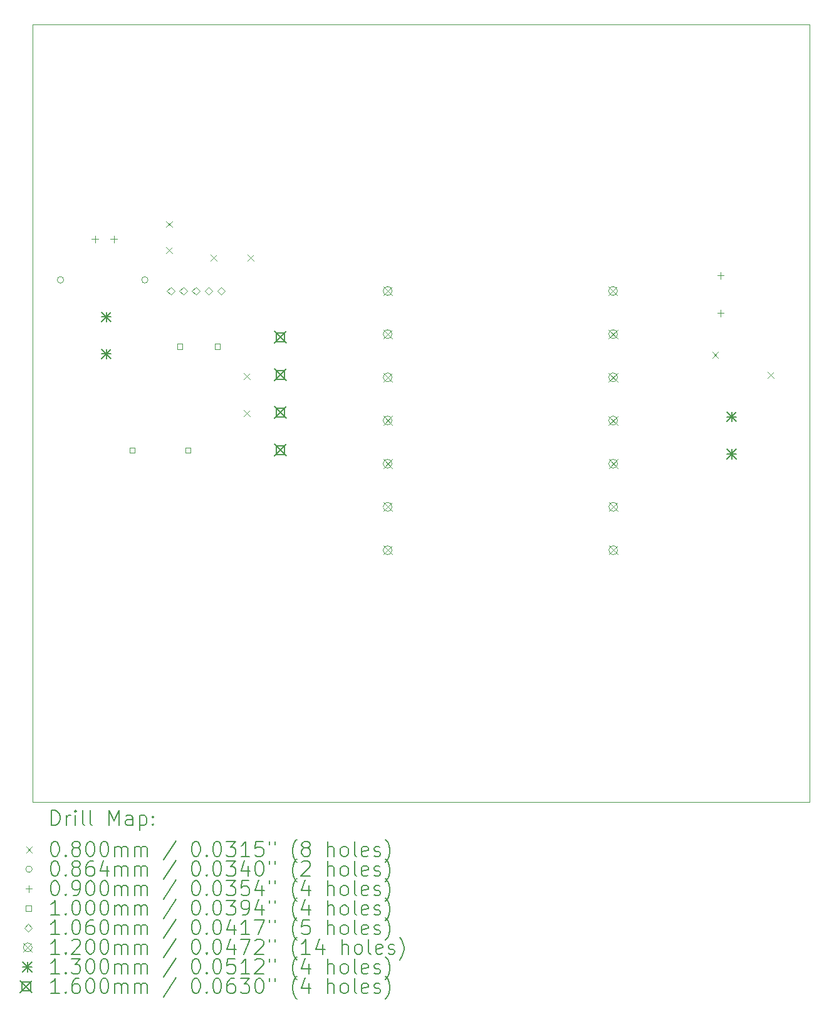
<source format=gbr>
%TF.GenerationSoftware,KiCad,Pcbnew,9.0.7-9.0.7~ubuntu24.04.1*%
%TF.CreationDate,2026-02-08T18:37:26+03:00*%
%TF.ProjectId,Linear_PowerSup_v1,4c696e65-6172-45f5-906f-776572537570,rev?*%
%TF.SameCoordinates,Original*%
%TF.FileFunction,Drillmap*%
%TF.FilePolarity,Positive*%
%FSLAX45Y45*%
G04 Gerber Fmt 4.5, Leading zero omitted, Abs format (unit mm)*
G04 Created by KiCad (PCBNEW 9.0.7-9.0.7~ubuntu24.04.1) date 2026-02-08 18:37:26*
%MOMM*%
%LPD*%
G01*
G04 APERTURE LIST*
%ADD10C,0.050000*%
%ADD11C,0.200000*%
%ADD12C,0.100000*%
%ADD13C,0.106000*%
%ADD14C,0.120000*%
%ADD15C,0.130000*%
%ADD16C,0.160000*%
G04 APERTURE END LIST*
D10*
X7000000Y-3900000D02*
X17500000Y-3900000D01*
X7000000Y-14400000D02*
X7000000Y-3900000D01*
X17500000Y-14400000D02*
X7000000Y-14400000D01*
X17500000Y-3900000D02*
X17500000Y-14400000D01*
D11*
D12*
X8810000Y-6560000D02*
X8890000Y-6640000D01*
X8890000Y-6560000D02*
X8810000Y-6640000D01*
X8810000Y-6910000D02*
X8890000Y-6990000D01*
X8890000Y-6910000D02*
X8810000Y-6990000D01*
X9410000Y-7010000D02*
X9490000Y-7090000D01*
X9490000Y-7010000D02*
X9410000Y-7090000D01*
X9860000Y-8610000D02*
X9940000Y-8690000D01*
X9940000Y-8610000D02*
X9860000Y-8690000D01*
X9860000Y-9110000D02*
X9940000Y-9190000D01*
X9940000Y-9110000D02*
X9860000Y-9190000D01*
X9910000Y-7010000D02*
X9990000Y-7090000D01*
X9990000Y-7010000D02*
X9910000Y-7090000D01*
X16185000Y-8325000D02*
X16265000Y-8405000D01*
X16265000Y-8325000D02*
X16185000Y-8405000D01*
X16935000Y-8595000D02*
X17015000Y-8675000D01*
X17015000Y-8595000D02*
X16935000Y-8675000D01*
X7422950Y-7350000D02*
G75*
G02*
X7336590Y-7350000I-43180J0D01*
G01*
X7336590Y-7350000D02*
G75*
G02*
X7422950Y-7350000I43180J0D01*
G01*
X8563410Y-7350000D02*
G75*
G02*
X8477050Y-7350000I-43180J0D01*
G01*
X8477050Y-7350000D02*
G75*
G02*
X8563410Y-7350000I43180J0D01*
G01*
X7846000Y-6755000D02*
X7846000Y-6845000D01*
X7801000Y-6800000D02*
X7891000Y-6800000D01*
X8100000Y-6755000D02*
X8100000Y-6845000D01*
X8055000Y-6800000D02*
X8145000Y-6800000D01*
X16300000Y-7247000D02*
X16300000Y-7337000D01*
X16255000Y-7292000D02*
X16345000Y-7292000D01*
X16300000Y-7755000D02*
X16300000Y-7845000D01*
X16255000Y-7800000D02*
X16345000Y-7800000D01*
X8385356Y-9685356D02*
X8385356Y-9614644D01*
X8314644Y-9614644D01*
X8314644Y-9685356D01*
X8385356Y-9685356D01*
X9027356Y-8284356D02*
X9027356Y-8213644D01*
X8956644Y-8213644D01*
X8956644Y-8284356D01*
X9027356Y-8284356D01*
X9135356Y-9685356D02*
X9135356Y-9614644D01*
X9064644Y-9614644D01*
X9064644Y-9685356D01*
X9135356Y-9685356D01*
X9535356Y-8285356D02*
X9535356Y-8214644D01*
X9464644Y-8214644D01*
X9464644Y-8285356D01*
X9535356Y-8285356D01*
D13*
X8870000Y-7553000D02*
X8923000Y-7500000D01*
X8870000Y-7447000D01*
X8817000Y-7500000D01*
X8870000Y-7553000D01*
X9040000Y-7553000D02*
X9093000Y-7500000D01*
X9040000Y-7447000D01*
X8987000Y-7500000D01*
X9040000Y-7553000D01*
X9210000Y-7553000D02*
X9263000Y-7500000D01*
X9210000Y-7447000D01*
X9157000Y-7500000D01*
X9210000Y-7553000D01*
X9380000Y-7553000D02*
X9433000Y-7500000D01*
X9380000Y-7447000D01*
X9327000Y-7500000D01*
X9380000Y-7553000D01*
X9550000Y-7553000D02*
X9603000Y-7500000D01*
X9550000Y-7447000D01*
X9497000Y-7500000D01*
X9550000Y-7553000D01*
D14*
X11740000Y-7440000D02*
X11860000Y-7560000D01*
X11860000Y-7440000D02*
X11740000Y-7560000D01*
X11860000Y-7500000D02*
G75*
G02*
X11740000Y-7500000I-60000J0D01*
G01*
X11740000Y-7500000D02*
G75*
G02*
X11860000Y-7500000I60000J0D01*
G01*
X11740000Y-8023000D02*
X11860000Y-8143000D01*
X11860000Y-8023000D02*
X11740000Y-8143000D01*
X11860000Y-8083000D02*
G75*
G02*
X11740000Y-8083000I-60000J0D01*
G01*
X11740000Y-8083000D02*
G75*
G02*
X11860000Y-8083000I60000J0D01*
G01*
X11740000Y-8606000D02*
X11860000Y-8726000D01*
X11860000Y-8606000D02*
X11740000Y-8726000D01*
X11860000Y-8666000D02*
G75*
G02*
X11740000Y-8666000I-60000J0D01*
G01*
X11740000Y-8666000D02*
G75*
G02*
X11860000Y-8666000I60000J0D01*
G01*
X11740000Y-9772000D02*
X11860000Y-9892000D01*
X11860000Y-9772000D02*
X11740000Y-9892000D01*
X11860000Y-9832000D02*
G75*
G02*
X11740000Y-9832000I-60000J0D01*
G01*
X11740000Y-9832000D02*
G75*
G02*
X11860000Y-9832000I60000J0D01*
G01*
X11740000Y-10355000D02*
X11860000Y-10475000D01*
X11860000Y-10355000D02*
X11740000Y-10475000D01*
X11860000Y-10415000D02*
G75*
G02*
X11740000Y-10415000I-60000J0D01*
G01*
X11740000Y-10415000D02*
G75*
G02*
X11860000Y-10415000I60000J0D01*
G01*
X11740000Y-10940000D02*
X11860000Y-11060000D01*
X11860000Y-10940000D02*
X11740000Y-11060000D01*
X11860000Y-11000000D02*
G75*
G02*
X11740000Y-11000000I-60000J0D01*
G01*
X11740000Y-11000000D02*
G75*
G02*
X11860000Y-11000000I60000J0D01*
G01*
X11740069Y-9188996D02*
X11860069Y-9308996D01*
X11860069Y-9188996D02*
X11740069Y-9308996D01*
X11860069Y-9248996D02*
G75*
G02*
X11740069Y-9248996I-60000J0D01*
G01*
X11740069Y-9248996D02*
G75*
G02*
X11860069Y-9248996I60000J0D01*
G01*
X14785983Y-7439959D02*
X14905983Y-7559959D01*
X14905983Y-7439959D02*
X14785983Y-7559959D01*
X14905983Y-7499959D02*
G75*
G02*
X14785983Y-7499959I-60000J0D01*
G01*
X14785983Y-7499959D02*
G75*
G02*
X14905983Y-7499959I60000J0D01*
G01*
X14786994Y-8023000D02*
X14906994Y-8143000D01*
X14906994Y-8023000D02*
X14786994Y-8143000D01*
X14906994Y-8083000D02*
G75*
G02*
X14786994Y-8083000I-60000J0D01*
G01*
X14786994Y-8083000D02*
G75*
G02*
X14906994Y-8083000I60000J0D01*
G01*
X14786994Y-8606000D02*
X14906994Y-8726000D01*
X14906994Y-8606000D02*
X14786994Y-8726000D01*
X14906994Y-8666000D02*
G75*
G02*
X14786994Y-8666000I-60000J0D01*
G01*
X14786994Y-8666000D02*
G75*
G02*
X14906994Y-8666000I60000J0D01*
G01*
X14787500Y-9190000D02*
X14907500Y-9310000D01*
X14907500Y-9190000D02*
X14787500Y-9310000D01*
X14907500Y-9250000D02*
G75*
G02*
X14787500Y-9250000I-60000J0D01*
G01*
X14787500Y-9250000D02*
G75*
G02*
X14907500Y-9250000I60000J0D01*
G01*
X14788509Y-9772500D02*
X14908509Y-9892500D01*
X14908509Y-9772500D02*
X14788509Y-9892500D01*
X14908509Y-9832500D02*
G75*
G02*
X14788509Y-9832500I-60000J0D01*
G01*
X14788509Y-9832500D02*
G75*
G02*
X14908509Y-9832500I60000J0D01*
G01*
X14788509Y-10355000D02*
X14908509Y-10475000D01*
X14908509Y-10355000D02*
X14788509Y-10475000D01*
X14908509Y-10415000D02*
G75*
G02*
X14788509Y-10415000I-60000J0D01*
G01*
X14788509Y-10415000D02*
G75*
G02*
X14908509Y-10415000I60000J0D01*
G01*
X14789016Y-10940041D02*
X14909016Y-11060041D01*
X14909016Y-10940041D02*
X14789016Y-11060041D01*
X14909016Y-11000041D02*
G75*
G02*
X14789016Y-11000041I-60000J0D01*
G01*
X14789016Y-11000041D02*
G75*
G02*
X14909016Y-11000041I60000J0D01*
G01*
D15*
X7935000Y-7785000D02*
X8065000Y-7915000D01*
X8065000Y-7785000D02*
X7935000Y-7915000D01*
X8000000Y-7785000D02*
X8000000Y-7915000D01*
X7935000Y-7850000D02*
X8065000Y-7850000D01*
X7935000Y-8285000D02*
X8065000Y-8415000D01*
X8065000Y-8285000D02*
X7935000Y-8415000D01*
X8000000Y-8285000D02*
X8000000Y-8415000D01*
X7935000Y-8350000D02*
X8065000Y-8350000D01*
X16385000Y-9135000D02*
X16515000Y-9265000D01*
X16515000Y-9135000D02*
X16385000Y-9265000D01*
X16450000Y-9135000D02*
X16450000Y-9265000D01*
X16385000Y-9200000D02*
X16515000Y-9200000D01*
X16385000Y-9635000D02*
X16515000Y-9765000D01*
X16515000Y-9635000D02*
X16385000Y-9765000D01*
X16450000Y-9635000D02*
X16450000Y-9765000D01*
X16385000Y-9700000D02*
X16515000Y-9700000D01*
D16*
X10270000Y-8046000D02*
X10430000Y-8206000D01*
X10430000Y-8046000D02*
X10270000Y-8206000D01*
X10406569Y-8182569D02*
X10406569Y-8069431D01*
X10293431Y-8069431D01*
X10293431Y-8182569D01*
X10406569Y-8182569D01*
X10270000Y-8554000D02*
X10430000Y-8714000D01*
X10430000Y-8554000D02*
X10270000Y-8714000D01*
X10406569Y-8690569D02*
X10406569Y-8577431D01*
X10293431Y-8577431D01*
X10293431Y-8690569D01*
X10406569Y-8690569D01*
X10270000Y-9062000D02*
X10430000Y-9222000D01*
X10430000Y-9062000D02*
X10270000Y-9222000D01*
X10406569Y-9198569D02*
X10406569Y-9085431D01*
X10293431Y-9085431D01*
X10293431Y-9198569D01*
X10406569Y-9198569D01*
X10270000Y-9570000D02*
X10430000Y-9730000D01*
X10430000Y-9570000D02*
X10270000Y-9730000D01*
X10406569Y-9706569D02*
X10406569Y-9593431D01*
X10293431Y-9593431D01*
X10293431Y-9706569D01*
X10406569Y-9706569D01*
D11*
X7258277Y-14713984D02*
X7258277Y-14513984D01*
X7258277Y-14513984D02*
X7305896Y-14513984D01*
X7305896Y-14513984D02*
X7334467Y-14523508D01*
X7334467Y-14523508D02*
X7353515Y-14542555D01*
X7353515Y-14542555D02*
X7363039Y-14561603D01*
X7363039Y-14561603D02*
X7372562Y-14599698D01*
X7372562Y-14599698D02*
X7372562Y-14628269D01*
X7372562Y-14628269D02*
X7363039Y-14666365D01*
X7363039Y-14666365D02*
X7353515Y-14685412D01*
X7353515Y-14685412D02*
X7334467Y-14704460D01*
X7334467Y-14704460D02*
X7305896Y-14713984D01*
X7305896Y-14713984D02*
X7258277Y-14713984D01*
X7458277Y-14713984D02*
X7458277Y-14580650D01*
X7458277Y-14618746D02*
X7467801Y-14599698D01*
X7467801Y-14599698D02*
X7477324Y-14590174D01*
X7477324Y-14590174D02*
X7496372Y-14580650D01*
X7496372Y-14580650D02*
X7515420Y-14580650D01*
X7582086Y-14713984D02*
X7582086Y-14580650D01*
X7582086Y-14513984D02*
X7572562Y-14523508D01*
X7572562Y-14523508D02*
X7582086Y-14533031D01*
X7582086Y-14533031D02*
X7591610Y-14523508D01*
X7591610Y-14523508D02*
X7582086Y-14513984D01*
X7582086Y-14513984D02*
X7582086Y-14533031D01*
X7705896Y-14713984D02*
X7686848Y-14704460D01*
X7686848Y-14704460D02*
X7677324Y-14685412D01*
X7677324Y-14685412D02*
X7677324Y-14513984D01*
X7810658Y-14713984D02*
X7791610Y-14704460D01*
X7791610Y-14704460D02*
X7782086Y-14685412D01*
X7782086Y-14685412D02*
X7782086Y-14513984D01*
X8039229Y-14713984D02*
X8039229Y-14513984D01*
X8039229Y-14513984D02*
X8105896Y-14656841D01*
X8105896Y-14656841D02*
X8172562Y-14513984D01*
X8172562Y-14513984D02*
X8172562Y-14713984D01*
X8353515Y-14713984D02*
X8353515Y-14609222D01*
X8353515Y-14609222D02*
X8343991Y-14590174D01*
X8343991Y-14590174D02*
X8324943Y-14580650D01*
X8324943Y-14580650D02*
X8286848Y-14580650D01*
X8286848Y-14580650D02*
X8267801Y-14590174D01*
X8353515Y-14704460D02*
X8334467Y-14713984D01*
X8334467Y-14713984D02*
X8286848Y-14713984D01*
X8286848Y-14713984D02*
X8267801Y-14704460D01*
X8267801Y-14704460D02*
X8258277Y-14685412D01*
X8258277Y-14685412D02*
X8258277Y-14666365D01*
X8258277Y-14666365D02*
X8267801Y-14647317D01*
X8267801Y-14647317D02*
X8286848Y-14637793D01*
X8286848Y-14637793D02*
X8334467Y-14637793D01*
X8334467Y-14637793D02*
X8353515Y-14628269D01*
X8448753Y-14580650D02*
X8448753Y-14780650D01*
X8448753Y-14590174D02*
X8467801Y-14580650D01*
X8467801Y-14580650D02*
X8505896Y-14580650D01*
X8505896Y-14580650D02*
X8524944Y-14590174D01*
X8524944Y-14590174D02*
X8534467Y-14599698D01*
X8534467Y-14599698D02*
X8543991Y-14618746D01*
X8543991Y-14618746D02*
X8543991Y-14675888D01*
X8543991Y-14675888D02*
X8534467Y-14694936D01*
X8534467Y-14694936D02*
X8524944Y-14704460D01*
X8524944Y-14704460D02*
X8505896Y-14713984D01*
X8505896Y-14713984D02*
X8467801Y-14713984D01*
X8467801Y-14713984D02*
X8448753Y-14704460D01*
X8629705Y-14694936D02*
X8639229Y-14704460D01*
X8639229Y-14704460D02*
X8629705Y-14713984D01*
X8629705Y-14713984D02*
X8620182Y-14704460D01*
X8620182Y-14704460D02*
X8629705Y-14694936D01*
X8629705Y-14694936D02*
X8629705Y-14713984D01*
X8629705Y-14590174D02*
X8639229Y-14599698D01*
X8639229Y-14599698D02*
X8629705Y-14609222D01*
X8629705Y-14609222D02*
X8620182Y-14599698D01*
X8620182Y-14599698D02*
X8629705Y-14590174D01*
X8629705Y-14590174D02*
X8629705Y-14609222D01*
D12*
X6917500Y-15002500D02*
X6997500Y-15082500D01*
X6997500Y-15002500D02*
X6917500Y-15082500D01*
D11*
X7296372Y-14933984D02*
X7315420Y-14933984D01*
X7315420Y-14933984D02*
X7334467Y-14943508D01*
X7334467Y-14943508D02*
X7343991Y-14953031D01*
X7343991Y-14953031D02*
X7353515Y-14972079D01*
X7353515Y-14972079D02*
X7363039Y-15010174D01*
X7363039Y-15010174D02*
X7363039Y-15057793D01*
X7363039Y-15057793D02*
X7353515Y-15095888D01*
X7353515Y-15095888D02*
X7343991Y-15114936D01*
X7343991Y-15114936D02*
X7334467Y-15124460D01*
X7334467Y-15124460D02*
X7315420Y-15133984D01*
X7315420Y-15133984D02*
X7296372Y-15133984D01*
X7296372Y-15133984D02*
X7277324Y-15124460D01*
X7277324Y-15124460D02*
X7267801Y-15114936D01*
X7267801Y-15114936D02*
X7258277Y-15095888D01*
X7258277Y-15095888D02*
X7248753Y-15057793D01*
X7248753Y-15057793D02*
X7248753Y-15010174D01*
X7248753Y-15010174D02*
X7258277Y-14972079D01*
X7258277Y-14972079D02*
X7267801Y-14953031D01*
X7267801Y-14953031D02*
X7277324Y-14943508D01*
X7277324Y-14943508D02*
X7296372Y-14933984D01*
X7448753Y-15114936D02*
X7458277Y-15124460D01*
X7458277Y-15124460D02*
X7448753Y-15133984D01*
X7448753Y-15133984D02*
X7439229Y-15124460D01*
X7439229Y-15124460D02*
X7448753Y-15114936D01*
X7448753Y-15114936D02*
X7448753Y-15133984D01*
X7572562Y-15019698D02*
X7553515Y-15010174D01*
X7553515Y-15010174D02*
X7543991Y-15000650D01*
X7543991Y-15000650D02*
X7534467Y-14981603D01*
X7534467Y-14981603D02*
X7534467Y-14972079D01*
X7534467Y-14972079D02*
X7543991Y-14953031D01*
X7543991Y-14953031D02*
X7553515Y-14943508D01*
X7553515Y-14943508D02*
X7572562Y-14933984D01*
X7572562Y-14933984D02*
X7610658Y-14933984D01*
X7610658Y-14933984D02*
X7629705Y-14943508D01*
X7629705Y-14943508D02*
X7639229Y-14953031D01*
X7639229Y-14953031D02*
X7648753Y-14972079D01*
X7648753Y-14972079D02*
X7648753Y-14981603D01*
X7648753Y-14981603D02*
X7639229Y-15000650D01*
X7639229Y-15000650D02*
X7629705Y-15010174D01*
X7629705Y-15010174D02*
X7610658Y-15019698D01*
X7610658Y-15019698D02*
X7572562Y-15019698D01*
X7572562Y-15019698D02*
X7553515Y-15029222D01*
X7553515Y-15029222D02*
X7543991Y-15038746D01*
X7543991Y-15038746D02*
X7534467Y-15057793D01*
X7534467Y-15057793D02*
X7534467Y-15095888D01*
X7534467Y-15095888D02*
X7543991Y-15114936D01*
X7543991Y-15114936D02*
X7553515Y-15124460D01*
X7553515Y-15124460D02*
X7572562Y-15133984D01*
X7572562Y-15133984D02*
X7610658Y-15133984D01*
X7610658Y-15133984D02*
X7629705Y-15124460D01*
X7629705Y-15124460D02*
X7639229Y-15114936D01*
X7639229Y-15114936D02*
X7648753Y-15095888D01*
X7648753Y-15095888D02*
X7648753Y-15057793D01*
X7648753Y-15057793D02*
X7639229Y-15038746D01*
X7639229Y-15038746D02*
X7629705Y-15029222D01*
X7629705Y-15029222D02*
X7610658Y-15019698D01*
X7772562Y-14933984D02*
X7791610Y-14933984D01*
X7791610Y-14933984D02*
X7810658Y-14943508D01*
X7810658Y-14943508D02*
X7820182Y-14953031D01*
X7820182Y-14953031D02*
X7829705Y-14972079D01*
X7829705Y-14972079D02*
X7839229Y-15010174D01*
X7839229Y-15010174D02*
X7839229Y-15057793D01*
X7839229Y-15057793D02*
X7829705Y-15095888D01*
X7829705Y-15095888D02*
X7820182Y-15114936D01*
X7820182Y-15114936D02*
X7810658Y-15124460D01*
X7810658Y-15124460D02*
X7791610Y-15133984D01*
X7791610Y-15133984D02*
X7772562Y-15133984D01*
X7772562Y-15133984D02*
X7753515Y-15124460D01*
X7753515Y-15124460D02*
X7743991Y-15114936D01*
X7743991Y-15114936D02*
X7734467Y-15095888D01*
X7734467Y-15095888D02*
X7724943Y-15057793D01*
X7724943Y-15057793D02*
X7724943Y-15010174D01*
X7724943Y-15010174D02*
X7734467Y-14972079D01*
X7734467Y-14972079D02*
X7743991Y-14953031D01*
X7743991Y-14953031D02*
X7753515Y-14943508D01*
X7753515Y-14943508D02*
X7772562Y-14933984D01*
X7963039Y-14933984D02*
X7982086Y-14933984D01*
X7982086Y-14933984D02*
X8001134Y-14943508D01*
X8001134Y-14943508D02*
X8010658Y-14953031D01*
X8010658Y-14953031D02*
X8020182Y-14972079D01*
X8020182Y-14972079D02*
X8029705Y-15010174D01*
X8029705Y-15010174D02*
X8029705Y-15057793D01*
X8029705Y-15057793D02*
X8020182Y-15095888D01*
X8020182Y-15095888D02*
X8010658Y-15114936D01*
X8010658Y-15114936D02*
X8001134Y-15124460D01*
X8001134Y-15124460D02*
X7982086Y-15133984D01*
X7982086Y-15133984D02*
X7963039Y-15133984D01*
X7963039Y-15133984D02*
X7943991Y-15124460D01*
X7943991Y-15124460D02*
X7934467Y-15114936D01*
X7934467Y-15114936D02*
X7924943Y-15095888D01*
X7924943Y-15095888D02*
X7915420Y-15057793D01*
X7915420Y-15057793D02*
X7915420Y-15010174D01*
X7915420Y-15010174D02*
X7924943Y-14972079D01*
X7924943Y-14972079D02*
X7934467Y-14953031D01*
X7934467Y-14953031D02*
X7943991Y-14943508D01*
X7943991Y-14943508D02*
X7963039Y-14933984D01*
X8115420Y-15133984D02*
X8115420Y-15000650D01*
X8115420Y-15019698D02*
X8124943Y-15010174D01*
X8124943Y-15010174D02*
X8143991Y-15000650D01*
X8143991Y-15000650D02*
X8172563Y-15000650D01*
X8172563Y-15000650D02*
X8191610Y-15010174D01*
X8191610Y-15010174D02*
X8201134Y-15029222D01*
X8201134Y-15029222D02*
X8201134Y-15133984D01*
X8201134Y-15029222D02*
X8210658Y-15010174D01*
X8210658Y-15010174D02*
X8229705Y-15000650D01*
X8229705Y-15000650D02*
X8258277Y-15000650D01*
X8258277Y-15000650D02*
X8277324Y-15010174D01*
X8277324Y-15010174D02*
X8286848Y-15029222D01*
X8286848Y-15029222D02*
X8286848Y-15133984D01*
X8382086Y-15133984D02*
X8382086Y-15000650D01*
X8382086Y-15019698D02*
X8391610Y-15010174D01*
X8391610Y-15010174D02*
X8410658Y-15000650D01*
X8410658Y-15000650D02*
X8439229Y-15000650D01*
X8439229Y-15000650D02*
X8458277Y-15010174D01*
X8458277Y-15010174D02*
X8467801Y-15029222D01*
X8467801Y-15029222D02*
X8467801Y-15133984D01*
X8467801Y-15029222D02*
X8477325Y-15010174D01*
X8477325Y-15010174D02*
X8496372Y-15000650D01*
X8496372Y-15000650D02*
X8524944Y-15000650D01*
X8524944Y-15000650D02*
X8543991Y-15010174D01*
X8543991Y-15010174D02*
X8553515Y-15029222D01*
X8553515Y-15029222D02*
X8553515Y-15133984D01*
X8943991Y-14924460D02*
X8772563Y-15181603D01*
X9201134Y-14933984D02*
X9220182Y-14933984D01*
X9220182Y-14933984D02*
X9239229Y-14943508D01*
X9239229Y-14943508D02*
X9248753Y-14953031D01*
X9248753Y-14953031D02*
X9258277Y-14972079D01*
X9258277Y-14972079D02*
X9267801Y-15010174D01*
X9267801Y-15010174D02*
X9267801Y-15057793D01*
X9267801Y-15057793D02*
X9258277Y-15095888D01*
X9258277Y-15095888D02*
X9248753Y-15114936D01*
X9248753Y-15114936D02*
X9239229Y-15124460D01*
X9239229Y-15124460D02*
X9220182Y-15133984D01*
X9220182Y-15133984D02*
X9201134Y-15133984D01*
X9201134Y-15133984D02*
X9182087Y-15124460D01*
X9182087Y-15124460D02*
X9172563Y-15114936D01*
X9172563Y-15114936D02*
X9163039Y-15095888D01*
X9163039Y-15095888D02*
X9153515Y-15057793D01*
X9153515Y-15057793D02*
X9153515Y-15010174D01*
X9153515Y-15010174D02*
X9163039Y-14972079D01*
X9163039Y-14972079D02*
X9172563Y-14953031D01*
X9172563Y-14953031D02*
X9182087Y-14943508D01*
X9182087Y-14943508D02*
X9201134Y-14933984D01*
X9353515Y-15114936D02*
X9363039Y-15124460D01*
X9363039Y-15124460D02*
X9353515Y-15133984D01*
X9353515Y-15133984D02*
X9343991Y-15124460D01*
X9343991Y-15124460D02*
X9353515Y-15114936D01*
X9353515Y-15114936D02*
X9353515Y-15133984D01*
X9486848Y-14933984D02*
X9505896Y-14933984D01*
X9505896Y-14933984D02*
X9524944Y-14943508D01*
X9524944Y-14943508D02*
X9534468Y-14953031D01*
X9534468Y-14953031D02*
X9543991Y-14972079D01*
X9543991Y-14972079D02*
X9553515Y-15010174D01*
X9553515Y-15010174D02*
X9553515Y-15057793D01*
X9553515Y-15057793D02*
X9543991Y-15095888D01*
X9543991Y-15095888D02*
X9534468Y-15114936D01*
X9534468Y-15114936D02*
X9524944Y-15124460D01*
X9524944Y-15124460D02*
X9505896Y-15133984D01*
X9505896Y-15133984D02*
X9486848Y-15133984D01*
X9486848Y-15133984D02*
X9467801Y-15124460D01*
X9467801Y-15124460D02*
X9458277Y-15114936D01*
X9458277Y-15114936D02*
X9448753Y-15095888D01*
X9448753Y-15095888D02*
X9439229Y-15057793D01*
X9439229Y-15057793D02*
X9439229Y-15010174D01*
X9439229Y-15010174D02*
X9448753Y-14972079D01*
X9448753Y-14972079D02*
X9458277Y-14953031D01*
X9458277Y-14953031D02*
X9467801Y-14943508D01*
X9467801Y-14943508D02*
X9486848Y-14933984D01*
X9620182Y-14933984D02*
X9743991Y-14933984D01*
X9743991Y-14933984D02*
X9677325Y-15010174D01*
X9677325Y-15010174D02*
X9705896Y-15010174D01*
X9705896Y-15010174D02*
X9724944Y-15019698D01*
X9724944Y-15019698D02*
X9734468Y-15029222D01*
X9734468Y-15029222D02*
X9743991Y-15048269D01*
X9743991Y-15048269D02*
X9743991Y-15095888D01*
X9743991Y-15095888D02*
X9734468Y-15114936D01*
X9734468Y-15114936D02*
X9724944Y-15124460D01*
X9724944Y-15124460D02*
X9705896Y-15133984D01*
X9705896Y-15133984D02*
X9648753Y-15133984D01*
X9648753Y-15133984D02*
X9629706Y-15124460D01*
X9629706Y-15124460D02*
X9620182Y-15114936D01*
X9934468Y-15133984D02*
X9820182Y-15133984D01*
X9877325Y-15133984D02*
X9877325Y-14933984D01*
X9877325Y-14933984D02*
X9858277Y-14962555D01*
X9858277Y-14962555D02*
X9839229Y-14981603D01*
X9839229Y-14981603D02*
X9820182Y-14991127D01*
X10115420Y-14933984D02*
X10020182Y-14933984D01*
X10020182Y-14933984D02*
X10010658Y-15029222D01*
X10010658Y-15029222D02*
X10020182Y-15019698D01*
X10020182Y-15019698D02*
X10039229Y-15010174D01*
X10039229Y-15010174D02*
X10086849Y-15010174D01*
X10086849Y-15010174D02*
X10105896Y-15019698D01*
X10105896Y-15019698D02*
X10115420Y-15029222D01*
X10115420Y-15029222D02*
X10124944Y-15048269D01*
X10124944Y-15048269D02*
X10124944Y-15095888D01*
X10124944Y-15095888D02*
X10115420Y-15114936D01*
X10115420Y-15114936D02*
X10105896Y-15124460D01*
X10105896Y-15124460D02*
X10086849Y-15133984D01*
X10086849Y-15133984D02*
X10039229Y-15133984D01*
X10039229Y-15133984D02*
X10020182Y-15124460D01*
X10020182Y-15124460D02*
X10010658Y-15114936D01*
X10201134Y-14933984D02*
X10201134Y-14972079D01*
X10277325Y-14933984D02*
X10277325Y-14972079D01*
X10572563Y-15210174D02*
X10563039Y-15200650D01*
X10563039Y-15200650D02*
X10543991Y-15172079D01*
X10543991Y-15172079D02*
X10534468Y-15153031D01*
X10534468Y-15153031D02*
X10524944Y-15124460D01*
X10524944Y-15124460D02*
X10515420Y-15076841D01*
X10515420Y-15076841D02*
X10515420Y-15038746D01*
X10515420Y-15038746D02*
X10524944Y-14991127D01*
X10524944Y-14991127D02*
X10534468Y-14962555D01*
X10534468Y-14962555D02*
X10543991Y-14943508D01*
X10543991Y-14943508D02*
X10563039Y-14914936D01*
X10563039Y-14914936D02*
X10572563Y-14905412D01*
X10677325Y-15019698D02*
X10658277Y-15010174D01*
X10658277Y-15010174D02*
X10648753Y-15000650D01*
X10648753Y-15000650D02*
X10639230Y-14981603D01*
X10639230Y-14981603D02*
X10639230Y-14972079D01*
X10639230Y-14972079D02*
X10648753Y-14953031D01*
X10648753Y-14953031D02*
X10658277Y-14943508D01*
X10658277Y-14943508D02*
X10677325Y-14933984D01*
X10677325Y-14933984D02*
X10715420Y-14933984D01*
X10715420Y-14933984D02*
X10734468Y-14943508D01*
X10734468Y-14943508D02*
X10743991Y-14953031D01*
X10743991Y-14953031D02*
X10753515Y-14972079D01*
X10753515Y-14972079D02*
X10753515Y-14981603D01*
X10753515Y-14981603D02*
X10743991Y-15000650D01*
X10743991Y-15000650D02*
X10734468Y-15010174D01*
X10734468Y-15010174D02*
X10715420Y-15019698D01*
X10715420Y-15019698D02*
X10677325Y-15019698D01*
X10677325Y-15019698D02*
X10658277Y-15029222D01*
X10658277Y-15029222D02*
X10648753Y-15038746D01*
X10648753Y-15038746D02*
X10639230Y-15057793D01*
X10639230Y-15057793D02*
X10639230Y-15095888D01*
X10639230Y-15095888D02*
X10648753Y-15114936D01*
X10648753Y-15114936D02*
X10658277Y-15124460D01*
X10658277Y-15124460D02*
X10677325Y-15133984D01*
X10677325Y-15133984D02*
X10715420Y-15133984D01*
X10715420Y-15133984D02*
X10734468Y-15124460D01*
X10734468Y-15124460D02*
X10743991Y-15114936D01*
X10743991Y-15114936D02*
X10753515Y-15095888D01*
X10753515Y-15095888D02*
X10753515Y-15057793D01*
X10753515Y-15057793D02*
X10743991Y-15038746D01*
X10743991Y-15038746D02*
X10734468Y-15029222D01*
X10734468Y-15029222D02*
X10715420Y-15019698D01*
X10991611Y-15133984D02*
X10991611Y-14933984D01*
X11077325Y-15133984D02*
X11077325Y-15029222D01*
X11077325Y-15029222D02*
X11067801Y-15010174D01*
X11067801Y-15010174D02*
X11048753Y-15000650D01*
X11048753Y-15000650D02*
X11020182Y-15000650D01*
X11020182Y-15000650D02*
X11001134Y-15010174D01*
X11001134Y-15010174D02*
X10991611Y-15019698D01*
X11201134Y-15133984D02*
X11182087Y-15124460D01*
X11182087Y-15124460D02*
X11172563Y-15114936D01*
X11172563Y-15114936D02*
X11163039Y-15095888D01*
X11163039Y-15095888D02*
X11163039Y-15038746D01*
X11163039Y-15038746D02*
X11172563Y-15019698D01*
X11172563Y-15019698D02*
X11182087Y-15010174D01*
X11182087Y-15010174D02*
X11201134Y-15000650D01*
X11201134Y-15000650D02*
X11229706Y-15000650D01*
X11229706Y-15000650D02*
X11248753Y-15010174D01*
X11248753Y-15010174D02*
X11258277Y-15019698D01*
X11258277Y-15019698D02*
X11267801Y-15038746D01*
X11267801Y-15038746D02*
X11267801Y-15095888D01*
X11267801Y-15095888D02*
X11258277Y-15114936D01*
X11258277Y-15114936D02*
X11248753Y-15124460D01*
X11248753Y-15124460D02*
X11229706Y-15133984D01*
X11229706Y-15133984D02*
X11201134Y-15133984D01*
X11382087Y-15133984D02*
X11363039Y-15124460D01*
X11363039Y-15124460D02*
X11353515Y-15105412D01*
X11353515Y-15105412D02*
X11353515Y-14933984D01*
X11534468Y-15124460D02*
X11515420Y-15133984D01*
X11515420Y-15133984D02*
X11477325Y-15133984D01*
X11477325Y-15133984D02*
X11458277Y-15124460D01*
X11458277Y-15124460D02*
X11448753Y-15105412D01*
X11448753Y-15105412D02*
X11448753Y-15029222D01*
X11448753Y-15029222D02*
X11458277Y-15010174D01*
X11458277Y-15010174D02*
X11477325Y-15000650D01*
X11477325Y-15000650D02*
X11515420Y-15000650D01*
X11515420Y-15000650D02*
X11534468Y-15010174D01*
X11534468Y-15010174D02*
X11543991Y-15029222D01*
X11543991Y-15029222D02*
X11543991Y-15048269D01*
X11543991Y-15048269D02*
X11448753Y-15067317D01*
X11620182Y-15124460D02*
X11639230Y-15133984D01*
X11639230Y-15133984D02*
X11677325Y-15133984D01*
X11677325Y-15133984D02*
X11696372Y-15124460D01*
X11696372Y-15124460D02*
X11705896Y-15105412D01*
X11705896Y-15105412D02*
X11705896Y-15095888D01*
X11705896Y-15095888D02*
X11696372Y-15076841D01*
X11696372Y-15076841D02*
X11677325Y-15067317D01*
X11677325Y-15067317D02*
X11648753Y-15067317D01*
X11648753Y-15067317D02*
X11629706Y-15057793D01*
X11629706Y-15057793D02*
X11620182Y-15038746D01*
X11620182Y-15038746D02*
X11620182Y-15029222D01*
X11620182Y-15029222D02*
X11629706Y-15010174D01*
X11629706Y-15010174D02*
X11648753Y-15000650D01*
X11648753Y-15000650D02*
X11677325Y-15000650D01*
X11677325Y-15000650D02*
X11696372Y-15010174D01*
X11772563Y-15210174D02*
X11782087Y-15200650D01*
X11782087Y-15200650D02*
X11801134Y-15172079D01*
X11801134Y-15172079D02*
X11810658Y-15153031D01*
X11810658Y-15153031D02*
X11820182Y-15124460D01*
X11820182Y-15124460D02*
X11829706Y-15076841D01*
X11829706Y-15076841D02*
X11829706Y-15038746D01*
X11829706Y-15038746D02*
X11820182Y-14991127D01*
X11820182Y-14991127D02*
X11810658Y-14962555D01*
X11810658Y-14962555D02*
X11801134Y-14943508D01*
X11801134Y-14943508D02*
X11782087Y-14914936D01*
X11782087Y-14914936D02*
X11772563Y-14905412D01*
D12*
X6997500Y-15306500D02*
G75*
G02*
X6911140Y-15306500I-43180J0D01*
G01*
X6911140Y-15306500D02*
G75*
G02*
X6997500Y-15306500I43180J0D01*
G01*
D11*
X7296372Y-15197984D02*
X7315420Y-15197984D01*
X7315420Y-15197984D02*
X7334467Y-15207508D01*
X7334467Y-15207508D02*
X7343991Y-15217031D01*
X7343991Y-15217031D02*
X7353515Y-15236079D01*
X7353515Y-15236079D02*
X7363039Y-15274174D01*
X7363039Y-15274174D02*
X7363039Y-15321793D01*
X7363039Y-15321793D02*
X7353515Y-15359888D01*
X7353515Y-15359888D02*
X7343991Y-15378936D01*
X7343991Y-15378936D02*
X7334467Y-15388460D01*
X7334467Y-15388460D02*
X7315420Y-15397984D01*
X7315420Y-15397984D02*
X7296372Y-15397984D01*
X7296372Y-15397984D02*
X7277324Y-15388460D01*
X7277324Y-15388460D02*
X7267801Y-15378936D01*
X7267801Y-15378936D02*
X7258277Y-15359888D01*
X7258277Y-15359888D02*
X7248753Y-15321793D01*
X7248753Y-15321793D02*
X7248753Y-15274174D01*
X7248753Y-15274174D02*
X7258277Y-15236079D01*
X7258277Y-15236079D02*
X7267801Y-15217031D01*
X7267801Y-15217031D02*
X7277324Y-15207508D01*
X7277324Y-15207508D02*
X7296372Y-15197984D01*
X7448753Y-15378936D02*
X7458277Y-15388460D01*
X7458277Y-15388460D02*
X7448753Y-15397984D01*
X7448753Y-15397984D02*
X7439229Y-15388460D01*
X7439229Y-15388460D02*
X7448753Y-15378936D01*
X7448753Y-15378936D02*
X7448753Y-15397984D01*
X7572562Y-15283698D02*
X7553515Y-15274174D01*
X7553515Y-15274174D02*
X7543991Y-15264650D01*
X7543991Y-15264650D02*
X7534467Y-15245603D01*
X7534467Y-15245603D02*
X7534467Y-15236079D01*
X7534467Y-15236079D02*
X7543991Y-15217031D01*
X7543991Y-15217031D02*
X7553515Y-15207508D01*
X7553515Y-15207508D02*
X7572562Y-15197984D01*
X7572562Y-15197984D02*
X7610658Y-15197984D01*
X7610658Y-15197984D02*
X7629705Y-15207508D01*
X7629705Y-15207508D02*
X7639229Y-15217031D01*
X7639229Y-15217031D02*
X7648753Y-15236079D01*
X7648753Y-15236079D02*
X7648753Y-15245603D01*
X7648753Y-15245603D02*
X7639229Y-15264650D01*
X7639229Y-15264650D02*
X7629705Y-15274174D01*
X7629705Y-15274174D02*
X7610658Y-15283698D01*
X7610658Y-15283698D02*
X7572562Y-15283698D01*
X7572562Y-15283698D02*
X7553515Y-15293222D01*
X7553515Y-15293222D02*
X7543991Y-15302746D01*
X7543991Y-15302746D02*
X7534467Y-15321793D01*
X7534467Y-15321793D02*
X7534467Y-15359888D01*
X7534467Y-15359888D02*
X7543991Y-15378936D01*
X7543991Y-15378936D02*
X7553515Y-15388460D01*
X7553515Y-15388460D02*
X7572562Y-15397984D01*
X7572562Y-15397984D02*
X7610658Y-15397984D01*
X7610658Y-15397984D02*
X7629705Y-15388460D01*
X7629705Y-15388460D02*
X7639229Y-15378936D01*
X7639229Y-15378936D02*
X7648753Y-15359888D01*
X7648753Y-15359888D02*
X7648753Y-15321793D01*
X7648753Y-15321793D02*
X7639229Y-15302746D01*
X7639229Y-15302746D02*
X7629705Y-15293222D01*
X7629705Y-15293222D02*
X7610658Y-15283698D01*
X7820182Y-15197984D02*
X7782086Y-15197984D01*
X7782086Y-15197984D02*
X7763039Y-15207508D01*
X7763039Y-15207508D02*
X7753515Y-15217031D01*
X7753515Y-15217031D02*
X7734467Y-15245603D01*
X7734467Y-15245603D02*
X7724943Y-15283698D01*
X7724943Y-15283698D02*
X7724943Y-15359888D01*
X7724943Y-15359888D02*
X7734467Y-15378936D01*
X7734467Y-15378936D02*
X7743991Y-15388460D01*
X7743991Y-15388460D02*
X7763039Y-15397984D01*
X7763039Y-15397984D02*
X7801134Y-15397984D01*
X7801134Y-15397984D02*
X7820182Y-15388460D01*
X7820182Y-15388460D02*
X7829705Y-15378936D01*
X7829705Y-15378936D02*
X7839229Y-15359888D01*
X7839229Y-15359888D02*
X7839229Y-15312269D01*
X7839229Y-15312269D02*
X7829705Y-15293222D01*
X7829705Y-15293222D02*
X7820182Y-15283698D01*
X7820182Y-15283698D02*
X7801134Y-15274174D01*
X7801134Y-15274174D02*
X7763039Y-15274174D01*
X7763039Y-15274174D02*
X7743991Y-15283698D01*
X7743991Y-15283698D02*
X7734467Y-15293222D01*
X7734467Y-15293222D02*
X7724943Y-15312269D01*
X8010658Y-15264650D02*
X8010658Y-15397984D01*
X7963039Y-15188460D02*
X7915420Y-15331317D01*
X7915420Y-15331317D02*
X8039229Y-15331317D01*
X8115420Y-15397984D02*
X8115420Y-15264650D01*
X8115420Y-15283698D02*
X8124943Y-15274174D01*
X8124943Y-15274174D02*
X8143991Y-15264650D01*
X8143991Y-15264650D02*
X8172563Y-15264650D01*
X8172563Y-15264650D02*
X8191610Y-15274174D01*
X8191610Y-15274174D02*
X8201134Y-15293222D01*
X8201134Y-15293222D02*
X8201134Y-15397984D01*
X8201134Y-15293222D02*
X8210658Y-15274174D01*
X8210658Y-15274174D02*
X8229705Y-15264650D01*
X8229705Y-15264650D02*
X8258277Y-15264650D01*
X8258277Y-15264650D02*
X8277324Y-15274174D01*
X8277324Y-15274174D02*
X8286848Y-15293222D01*
X8286848Y-15293222D02*
X8286848Y-15397984D01*
X8382086Y-15397984D02*
X8382086Y-15264650D01*
X8382086Y-15283698D02*
X8391610Y-15274174D01*
X8391610Y-15274174D02*
X8410658Y-15264650D01*
X8410658Y-15264650D02*
X8439229Y-15264650D01*
X8439229Y-15264650D02*
X8458277Y-15274174D01*
X8458277Y-15274174D02*
X8467801Y-15293222D01*
X8467801Y-15293222D02*
X8467801Y-15397984D01*
X8467801Y-15293222D02*
X8477325Y-15274174D01*
X8477325Y-15274174D02*
X8496372Y-15264650D01*
X8496372Y-15264650D02*
X8524944Y-15264650D01*
X8524944Y-15264650D02*
X8543991Y-15274174D01*
X8543991Y-15274174D02*
X8553515Y-15293222D01*
X8553515Y-15293222D02*
X8553515Y-15397984D01*
X8943991Y-15188460D02*
X8772563Y-15445603D01*
X9201134Y-15197984D02*
X9220182Y-15197984D01*
X9220182Y-15197984D02*
X9239229Y-15207508D01*
X9239229Y-15207508D02*
X9248753Y-15217031D01*
X9248753Y-15217031D02*
X9258277Y-15236079D01*
X9258277Y-15236079D02*
X9267801Y-15274174D01*
X9267801Y-15274174D02*
X9267801Y-15321793D01*
X9267801Y-15321793D02*
X9258277Y-15359888D01*
X9258277Y-15359888D02*
X9248753Y-15378936D01*
X9248753Y-15378936D02*
X9239229Y-15388460D01*
X9239229Y-15388460D02*
X9220182Y-15397984D01*
X9220182Y-15397984D02*
X9201134Y-15397984D01*
X9201134Y-15397984D02*
X9182087Y-15388460D01*
X9182087Y-15388460D02*
X9172563Y-15378936D01*
X9172563Y-15378936D02*
X9163039Y-15359888D01*
X9163039Y-15359888D02*
X9153515Y-15321793D01*
X9153515Y-15321793D02*
X9153515Y-15274174D01*
X9153515Y-15274174D02*
X9163039Y-15236079D01*
X9163039Y-15236079D02*
X9172563Y-15217031D01*
X9172563Y-15217031D02*
X9182087Y-15207508D01*
X9182087Y-15207508D02*
X9201134Y-15197984D01*
X9353515Y-15378936D02*
X9363039Y-15388460D01*
X9363039Y-15388460D02*
X9353515Y-15397984D01*
X9353515Y-15397984D02*
X9343991Y-15388460D01*
X9343991Y-15388460D02*
X9353515Y-15378936D01*
X9353515Y-15378936D02*
X9353515Y-15397984D01*
X9486848Y-15197984D02*
X9505896Y-15197984D01*
X9505896Y-15197984D02*
X9524944Y-15207508D01*
X9524944Y-15207508D02*
X9534468Y-15217031D01*
X9534468Y-15217031D02*
X9543991Y-15236079D01*
X9543991Y-15236079D02*
X9553515Y-15274174D01*
X9553515Y-15274174D02*
X9553515Y-15321793D01*
X9553515Y-15321793D02*
X9543991Y-15359888D01*
X9543991Y-15359888D02*
X9534468Y-15378936D01*
X9534468Y-15378936D02*
X9524944Y-15388460D01*
X9524944Y-15388460D02*
X9505896Y-15397984D01*
X9505896Y-15397984D02*
X9486848Y-15397984D01*
X9486848Y-15397984D02*
X9467801Y-15388460D01*
X9467801Y-15388460D02*
X9458277Y-15378936D01*
X9458277Y-15378936D02*
X9448753Y-15359888D01*
X9448753Y-15359888D02*
X9439229Y-15321793D01*
X9439229Y-15321793D02*
X9439229Y-15274174D01*
X9439229Y-15274174D02*
X9448753Y-15236079D01*
X9448753Y-15236079D02*
X9458277Y-15217031D01*
X9458277Y-15217031D02*
X9467801Y-15207508D01*
X9467801Y-15207508D02*
X9486848Y-15197984D01*
X9620182Y-15197984D02*
X9743991Y-15197984D01*
X9743991Y-15197984D02*
X9677325Y-15274174D01*
X9677325Y-15274174D02*
X9705896Y-15274174D01*
X9705896Y-15274174D02*
X9724944Y-15283698D01*
X9724944Y-15283698D02*
X9734468Y-15293222D01*
X9734468Y-15293222D02*
X9743991Y-15312269D01*
X9743991Y-15312269D02*
X9743991Y-15359888D01*
X9743991Y-15359888D02*
X9734468Y-15378936D01*
X9734468Y-15378936D02*
X9724944Y-15388460D01*
X9724944Y-15388460D02*
X9705896Y-15397984D01*
X9705896Y-15397984D02*
X9648753Y-15397984D01*
X9648753Y-15397984D02*
X9629706Y-15388460D01*
X9629706Y-15388460D02*
X9620182Y-15378936D01*
X9915420Y-15264650D02*
X9915420Y-15397984D01*
X9867801Y-15188460D02*
X9820182Y-15331317D01*
X9820182Y-15331317D02*
X9943991Y-15331317D01*
X10058277Y-15197984D02*
X10077325Y-15197984D01*
X10077325Y-15197984D02*
X10096372Y-15207508D01*
X10096372Y-15207508D02*
X10105896Y-15217031D01*
X10105896Y-15217031D02*
X10115420Y-15236079D01*
X10115420Y-15236079D02*
X10124944Y-15274174D01*
X10124944Y-15274174D02*
X10124944Y-15321793D01*
X10124944Y-15321793D02*
X10115420Y-15359888D01*
X10115420Y-15359888D02*
X10105896Y-15378936D01*
X10105896Y-15378936D02*
X10096372Y-15388460D01*
X10096372Y-15388460D02*
X10077325Y-15397984D01*
X10077325Y-15397984D02*
X10058277Y-15397984D01*
X10058277Y-15397984D02*
X10039229Y-15388460D01*
X10039229Y-15388460D02*
X10029706Y-15378936D01*
X10029706Y-15378936D02*
X10020182Y-15359888D01*
X10020182Y-15359888D02*
X10010658Y-15321793D01*
X10010658Y-15321793D02*
X10010658Y-15274174D01*
X10010658Y-15274174D02*
X10020182Y-15236079D01*
X10020182Y-15236079D02*
X10029706Y-15217031D01*
X10029706Y-15217031D02*
X10039229Y-15207508D01*
X10039229Y-15207508D02*
X10058277Y-15197984D01*
X10201134Y-15197984D02*
X10201134Y-15236079D01*
X10277325Y-15197984D02*
X10277325Y-15236079D01*
X10572563Y-15474174D02*
X10563039Y-15464650D01*
X10563039Y-15464650D02*
X10543991Y-15436079D01*
X10543991Y-15436079D02*
X10534468Y-15417031D01*
X10534468Y-15417031D02*
X10524944Y-15388460D01*
X10524944Y-15388460D02*
X10515420Y-15340841D01*
X10515420Y-15340841D02*
X10515420Y-15302746D01*
X10515420Y-15302746D02*
X10524944Y-15255127D01*
X10524944Y-15255127D02*
X10534468Y-15226555D01*
X10534468Y-15226555D02*
X10543991Y-15207508D01*
X10543991Y-15207508D02*
X10563039Y-15178936D01*
X10563039Y-15178936D02*
X10572563Y-15169412D01*
X10639230Y-15217031D02*
X10648753Y-15207508D01*
X10648753Y-15207508D02*
X10667801Y-15197984D01*
X10667801Y-15197984D02*
X10715420Y-15197984D01*
X10715420Y-15197984D02*
X10734468Y-15207508D01*
X10734468Y-15207508D02*
X10743991Y-15217031D01*
X10743991Y-15217031D02*
X10753515Y-15236079D01*
X10753515Y-15236079D02*
X10753515Y-15255127D01*
X10753515Y-15255127D02*
X10743991Y-15283698D01*
X10743991Y-15283698D02*
X10629706Y-15397984D01*
X10629706Y-15397984D02*
X10753515Y-15397984D01*
X10991611Y-15397984D02*
X10991611Y-15197984D01*
X11077325Y-15397984D02*
X11077325Y-15293222D01*
X11077325Y-15293222D02*
X11067801Y-15274174D01*
X11067801Y-15274174D02*
X11048753Y-15264650D01*
X11048753Y-15264650D02*
X11020182Y-15264650D01*
X11020182Y-15264650D02*
X11001134Y-15274174D01*
X11001134Y-15274174D02*
X10991611Y-15283698D01*
X11201134Y-15397984D02*
X11182087Y-15388460D01*
X11182087Y-15388460D02*
X11172563Y-15378936D01*
X11172563Y-15378936D02*
X11163039Y-15359888D01*
X11163039Y-15359888D02*
X11163039Y-15302746D01*
X11163039Y-15302746D02*
X11172563Y-15283698D01*
X11172563Y-15283698D02*
X11182087Y-15274174D01*
X11182087Y-15274174D02*
X11201134Y-15264650D01*
X11201134Y-15264650D02*
X11229706Y-15264650D01*
X11229706Y-15264650D02*
X11248753Y-15274174D01*
X11248753Y-15274174D02*
X11258277Y-15283698D01*
X11258277Y-15283698D02*
X11267801Y-15302746D01*
X11267801Y-15302746D02*
X11267801Y-15359888D01*
X11267801Y-15359888D02*
X11258277Y-15378936D01*
X11258277Y-15378936D02*
X11248753Y-15388460D01*
X11248753Y-15388460D02*
X11229706Y-15397984D01*
X11229706Y-15397984D02*
X11201134Y-15397984D01*
X11382087Y-15397984D02*
X11363039Y-15388460D01*
X11363039Y-15388460D02*
X11353515Y-15369412D01*
X11353515Y-15369412D02*
X11353515Y-15197984D01*
X11534468Y-15388460D02*
X11515420Y-15397984D01*
X11515420Y-15397984D02*
X11477325Y-15397984D01*
X11477325Y-15397984D02*
X11458277Y-15388460D01*
X11458277Y-15388460D02*
X11448753Y-15369412D01*
X11448753Y-15369412D02*
X11448753Y-15293222D01*
X11448753Y-15293222D02*
X11458277Y-15274174D01*
X11458277Y-15274174D02*
X11477325Y-15264650D01*
X11477325Y-15264650D02*
X11515420Y-15264650D01*
X11515420Y-15264650D02*
X11534468Y-15274174D01*
X11534468Y-15274174D02*
X11543991Y-15293222D01*
X11543991Y-15293222D02*
X11543991Y-15312269D01*
X11543991Y-15312269D02*
X11448753Y-15331317D01*
X11620182Y-15388460D02*
X11639230Y-15397984D01*
X11639230Y-15397984D02*
X11677325Y-15397984D01*
X11677325Y-15397984D02*
X11696372Y-15388460D01*
X11696372Y-15388460D02*
X11705896Y-15369412D01*
X11705896Y-15369412D02*
X11705896Y-15359888D01*
X11705896Y-15359888D02*
X11696372Y-15340841D01*
X11696372Y-15340841D02*
X11677325Y-15331317D01*
X11677325Y-15331317D02*
X11648753Y-15331317D01*
X11648753Y-15331317D02*
X11629706Y-15321793D01*
X11629706Y-15321793D02*
X11620182Y-15302746D01*
X11620182Y-15302746D02*
X11620182Y-15293222D01*
X11620182Y-15293222D02*
X11629706Y-15274174D01*
X11629706Y-15274174D02*
X11648753Y-15264650D01*
X11648753Y-15264650D02*
X11677325Y-15264650D01*
X11677325Y-15264650D02*
X11696372Y-15274174D01*
X11772563Y-15474174D02*
X11782087Y-15464650D01*
X11782087Y-15464650D02*
X11801134Y-15436079D01*
X11801134Y-15436079D02*
X11810658Y-15417031D01*
X11810658Y-15417031D02*
X11820182Y-15388460D01*
X11820182Y-15388460D02*
X11829706Y-15340841D01*
X11829706Y-15340841D02*
X11829706Y-15302746D01*
X11829706Y-15302746D02*
X11820182Y-15255127D01*
X11820182Y-15255127D02*
X11810658Y-15226555D01*
X11810658Y-15226555D02*
X11801134Y-15207508D01*
X11801134Y-15207508D02*
X11782087Y-15178936D01*
X11782087Y-15178936D02*
X11772563Y-15169412D01*
D12*
X6952500Y-15525500D02*
X6952500Y-15615500D01*
X6907500Y-15570500D02*
X6997500Y-15570500D01*
D11*
X7296372Y-15461984D02*
X7315420Y-15461984D01*
X7315420Y-15461984D02*
X7334467Y-15471508D01*
X7334467Y-15471508D02*
X7343991Y-15481031D01*
X7343991Y-15481031D02*
X7353515Y-15500079D01*
X7353515Y-15500079D02*
X7363039Y-15538174D01*
X7363039Y-15538174D02*
X7363039Y-15585793D01*
X7363039Y-15585793D02*
X7353515Y-15623888D01*
X7353515Y-15623888D02*
X7343991Y-15642936D01*
X7343991Y-15642936D02*
X7334467Y-15652460D01*
X7334467Y-15652460D02*
X7315420Y-15661984D01*
X7315420Y-15661984D02*
X7296372Y-15661984D01*
X7296372Y-15661984D02*
X7277324Y-15652460D01*
X7277324Y-15652460D02*
X7267801Y-15642936D01*
X7267801Y-15642936D02*
X7258277Y-15623888D01*
X7258277Y-15623888D02*
X7248753Y-15585793D01*
X7248753Y-15585793D02*
X7248753Y-15538174D01*
X7248753Y-15538174D02*
X7258277Y-15500079D01*
X7258277Y-15500079D02*
X7267801Y-15481031D01*
X7267801Y-15481031D02*
X7277324Y-15471508D01*
X7277324Y-15471508D02*
X7296372Y-15461984D01*
X7448753Y-15642936D02*
X7458277Y-15652460D01*
X7458277Y-15652460D02*
X7448753Y-15661984D01*
X7448753Y-15661984D02*
X7439229Y-15652460D01*
X7439229Y-15652460D02*
X7448753Y-15642936D01*
X7448753Y-15642936D02*
X7448753Y-15661984D01*
X7553515Y-15661984D02*
X7591610Y-15661984D01*
X7591610Y-15661984D02*
X7610658Y-15652460D01*
X7610658Y-15652460D02*
X7620182Y-15642936D01*
X7620182Y-15642936D02*
X7639229Y-15614365D01*
X7639229Y-15614365D02*
X7648753Y-15576269D01*
X7648753Y-15576269D02*
X7648753Y-15500079D01*
X7648753Y-15500079D02*
X7639229Y-15481031D01*
X7639229Y-15481031D02*
X7629705Y-15471508D01*
X7629705Y-15471508D02*
X7610658Y-15461984D01*
X7610658Y-15461984D02*
X7572562Y-15461984D01*
X7572562Y-15461984D02*
X7553515Y-15471508D01*
X7553515Y-15471508D02*
X7543991Y-15481031D01*
X7543991Y-15481031D02*
X7534467Y-15500079D01*
X7534467Y-15500079D02*
X7534467Y-15547698D01*
X7534467Y-15547698D02*
X7543991Y-15566746D01*
X7543991Y-15566746D02*
X7553515Y-15576269D01*
X7553515Y-15576269D02*
X7572562Y-15585793D01*
X7572562Y-15585793D02*
X7610658Y-15585793D01*
X7610658Y-15585793D02*
X7629705Y-15576269D01*
X7629705Y-15576269D02*
X7639229Y-15566746D01*
X7639229Y-15566746D02*
X7648753Y-15547698D01*
X7772562Y-15461984D02*
X7791610Y-15461984D01*
X7791610Y-15461984D02*
X7810658Y-15471508D01*
X7810658Y-15471508D02*
X7820182Y-15481031D01*
X7820182Y-15481031D02*
X7829705Y-15500079D01*
X7829705Y-15500079D02*
X7839229Y-15538174D01*
X7839229Y-15538174D02*
X7839229Y-15585793D01*
X7839229Y-15585793D02*
X7829705Y-15623888D01*
X7829705Y-15623888D02*
X7820182Y-15642936D01*
X7820182Y-15642936D02*
X7810658Y-15652460D01*
X7810658Y-15652460D02*
X7791610Y-15661984D01*
X7791610Y-15661984D02*
X7772562Y-15661984D01*
X7772562Y-15661984D02*
X7753515Y-15652460D01*
X7753515Y-15652460D02*
X7743991Y-15642936D01*
X7743991Y-15642936D02*
X7734467Y-15623888D01*
X7734467Y-15623888D02*
X7724943Y-15585793D01*
X7724943Y-15585793D02*
X7724943Y-15538174D01*
X7724943Y-15538174D02*
X7734467Y-15500079D01*
X7734467Y-15500079D02*
X7743991Y-15481031D01*
X7743991Y-15481031D02*
X7753515Y-15471508D01*
X7753515Y-15471508D02*
X7772562Y-15461984D01*
X7963039Y-15461984D02*
X7982086Y-15461984D01*
X7982086Y-15461984D02*
X8001134Y-15471508D01*
X8001134Y-15471508D02*
X8010658Y-15481031D01*
X8010658Y-15481031D02*
X8020182Y-15500079D01*
X8020182Y-15500079D02*
X8029705Y-15538174D01*
X8029705Y-15538174D02*
X8029705Y-15585793D01*
X8029705Y-15585793D02*
X8020182Y-15623888D01*
X8020182Y-15623888D02*
X8010658Y-15642936D01*
X8010658Y-15642936D02*
X8001134Y-15652460D01*
X8001134Y-15652460D02*
X7982086Y-15661984D01*
X7982086Y-15661984D02*
X7963039Y-15661984D01*
X7963039Y-15661984D02*
X7943991Y-15652460D01*
X7943991Y-15652460D02*
X7934467Y-15642936D01*
X7934467Y-15642936D02*
X7924943Y-15623888D01*
X7924943Y-15623888D02*
X7915420Y-15585793D01*
X7915420Y-15585793D02*
X7915420Y-15538174D01*
X7915420Y-15538174D02*
X7924943Y-15500079D01*
X7924943Y-15500079D02*
X7934467Y-15481031D01*
X7934467Y-15481031D02*
X7943991Y-15471508D01*
X7943991Y-15471508D02*
X7963039Y-15461984D01*
X8115420Y-15661984D02*
X8115420Y-15528650D01*
X8115420Y-15547698D02*
X8124943Y-15538174D01*
X8124943Y-15538174D02*
X8143991Y-15528650D01*
X8143991Y-15528650D02*
X8172563Y-15528650D01*
X8172563Y-15528650D02*
X8191610Y-15538174D01*
X8191610Y-15538174D02*
X8201134Y-15557222D01*
X8201134Y-15557222D02*
X8201134Y-15661984D01*
X8201134Y-15557222D02*
X8210658Y-15538174D01*
X8210658Y-15538174D02*
X8229705Y-15528650D01*
X8229705Y-15528650D02*
X8258277Y-15528650D01*
X8258277Y-15528650D02*
X8277324Y-15538174D01*
X8277324Y-15538174D02*
X8286848Y-15557222D01*
X8286848Y-15557222D02*
X8286848Y-15661984D01*
X8382086Y-15661984D02*
X8382086Y-15528650D01*
X8382086Y-15547698D02*
X8391610Y-15538174D01*
X8391610Y-15538174D02*
X8410658Y-15528650D01*
X8410658Y-15528650D02*
X8439229Y-15528650D01*
X8439229Y-15528650D02*
X8458277Y-15538174D01*
X8458277Y-15538174D02*
X8467801Y-15557222D01*
X8467801Y-15557222D02*
X8467801Y-15661984D01*
X8467801Y-15557222D02*
X8477325Y-15538174D01*
X8477325Y-15538174D02*
X8496372Y-15528650D01*
X8496372Y-15528650D02*
X8524944Y-15528650D01*
X8524944Y-15528650D02*
X8543991Y-15538174D01*
X8543991Y-15538174D02*
X8553515Y-15557222D01*
X8553515Y-15557222D02*
X8553515Y-15661984D01*
X8943991Y-15452460D02*
X8772563Y-15709603D01*
X9201134Y-15461984D02*
X9220182Y-15461984D01*
X9220182Y-15461984D02*
X9239229Y-15471508D01*
X9239229Y-15471508D02*
X9248753Y-15481031D01*
X9248753Y-15481031D02*
X9258277Y-15500079D01*
X9258277Y-15500079D02*
X9267801Y-15538174D01*
X9267801Y-15538174D02*
X9267801Y-15585793D01*
X9267801Y-15585793D02*
X9258277Y-15623888D01*
X9258277Y-15623888D02*
X9248753Y-15642936D01*
X9248753Y-15642936D02*
X9239229Y-15652460D01*
X9239229Y-15652460D02*
X9220182Y-15661984D01*
X9220182Y-15661984D02*
X9201134Y-15661984D01*
X9201134Y-15661984D02*
X9182087Y-15652460D01*
X9182087Y-15652460D02*
X9172563Y-15642936D01*
X9172563Y-15642936D02*
X9163039Y-15623888D01*
X9163039Y-15623888D02*
X9153515Y-15585793D01*
X9153515Y-15585793D02*
X9153515Y-15538174D01*
X9153515Y-15538174D02*
X9163039Y-15500079D01*
X9163039Y-15500079D02*
X9172563Y-15481031D01*
X9172563Y-15481031D02*
X9182087Y-15471508D01*
X9182087Y-15471508D02*
X9201134Y-15461984D01*
X9353515Y-15642936D02*
X9363039Y-15652460D01*
X9363039Y-15652460D02*
X9353515Y-15661984D01*
X9353515Y-15661984D02*
X9343991Y-15652460D01*
X9343991Y-15652460D02*
X9353515Y-15642936D01*
X9353515Y-15642936D02*
X9353515Y-15661984D01*
X9486848Y-15461984D02*
X9505896Y-15461984D01*
X9505896Y-15461984D02*
X9524944Y-15471508D01*
X9524944Y-15471508D02*
X9534468Y-15481031D01*
X9534468Y-15481031D02*
X9543991Y-15500079D01*
X9543991Y-15500079D02*
X9553515Y-15538174D01*
X9553515Y-15538174D02*
X9553515Y-15585793D01*
X9553515Y-15585793D02*
X9543991Y-15623888D01*
X9543991Y-15623888D02*
X9534468Y-15642936D01*
X9534468Y-15642936D02*
X9524944Y-15652460D01*
X9524944Y-15652460D02*
X9505896Y-15661984D01*
X9505896Y-15661984D02*
X9486848Y-15661984D01*
X9486848Y-15661984D02*
X9467801Y-15652460D01*
X9467801Y-15652460D02*
X9458277Y-15642936D01*
X9458277Y-15642936D02*
X9448753Y-15623888D01*
X9448753Y-15623888D02*
X9439229Y-15585793D01*
X9439229Y-15585793D02*
X9439229Y-15538174D01*
X9439229Y-15538174D02*
X9448753Y-15500079D01*
X9448753Y-15500079D02*
X9458277Y-15481031D01*
X9458277Y-15481031D02*
X9467801Y-15471508D01*
X9467801Y-15471508D02*
X9486848Y-15461984D01*
X9620182Y-15461984D02*
X9743991Y-15461984D01*
X9743991Y-15461984D02*
X9677325Y-15538174D01*
X9677325Y-15538174D02*
X9705896Y-15538174D01*
X9705896Y-15538174D02*
X9724944Y-15547698D01*
X9724944Y-15547698D02*
X9734468Y-15557222D01*
X9734468Y-15557222D02*
X9743991Y-15576269D01*
X9743991Y-15576269D02*
X9743991Y-15623888D01*
X9743991Y-15623888D02*
X9734468Y-15642936D01*
X9734468Y-15642936D02*
X9724944Y-15652460D01*
X9724944Y-15652460D02*
X9705896Y-15661984D01*
X9705896Y-15661984D02*
X9648753Y-15661984D01*
X9648753Y-15661984D02*
X9629706Y-15652460D01*
X9629706Y-15652460D02*
X9620182Y-15642936D01*
X9924944Y-15461984D02*
X9829706Y-15461984D01*
X9829706Y-15461984D02*
X9820182Y-15557222D01*
X9820182Y-15557222D02*
X9829706Y-15547698D01*
X9829706Y-15547698D02*
X9848753Y-15538174D01*
X9848753Y-15538174D02*
X9896372Y-15538174D01*
X9896372Y-15538174D02*
X9915420Y-15547698D01*
X9915420Y-15547698D02*
X9924944Y-15557222D01*
X9924944Y-15557222D02*
X9934468Y-15576269D01*
X9934468Y-15576269D02*
X9934468Y-15623888D01*
X9934468Y-15623888D02*
X9924944Y-15642936D01*
X9924944Y-15642936D02*
X9915420Y-15652460D01*
X9915420Y-15652460D02*
X9896372Y-15661984D01*
X9896372Y-15661984D02*
X9848753Y-15661984D01*
X9848753Y-15661984D02*
X9829706Y-15652460D01*
X9829706Y-15652460D02*
X9820182Y-15642936D01*
X10105896Y-15528650D02*
X10105896Y-15661984D01*
X10058277Y-15452460D02*
X10010658Y-15595317D01*
X10010658Y-15595317D02*
X10134468Y-15595317D01*
X10201134Y-15461984D02*
X10201134Y-15500079D01*
X10277325Y-15461984D02*
X10277325Y-15500079D01*
X10572563Y-15738174D02*
X10563039Y-15728650D01*
X10563039Y-15728650D02*
X10543991Y-15700079D01*
X10543991Y-15700079D02*
X10534468Y-15681031D01*
X10534468Y-15681031D02*
X10524944Y-15652460D01*
X10524944Y-15652460D02*
X10515420Y-15604841D01*
X10515420Y-15604841D02*
X10515420Y-15566746D01*
X10515420Y-15566746D02*
X10524944Y-15519127D01*
X10524944Y-15519127D02*
X10534468Y-15490555D01*
X10534468Y-15490555D02*
X10543991Y-15471508D01*
X10543991Y-15471508D02*
X10563039Y-15442936D01*
X10563039Y-15442936D02*
X10572563Y-15433412D01*
X10734468Y-15528650D02*
X10734468Y-15661984D01*
X10686849Y-15452460D02*
X10639230Y-15595317D01*
X10639230Y-15595317D02*
X10763039Y-15595317D01*
X10991611Y-15661984D02*
X10991611Y-15461984D01*
X11077325Y-15661984D02*
X11077325Y-15557222D01*
X11077325Y-15557222D02*
X11067801Y-15538174D01*
X11067801Y-15538174D02*
X11048753Y-15528650D01*
X11048753Y-15528650D02*
X11020182Y-15528650D01*
X11020182Y-15528650D02*
X11001134Y-15538174D01*
X11001134Y-15538174D02*
X10991611Y-15547698D01*
X11201134Y-15661984D02*
X11182087Y-15652460D01*
X11182087Y-15652460D02*
X11172563Y-15642936D01*
X11172563Y-15642936D02*
X11163039Y-15623888D01*
X11163039Y-15623888D02*
X11163039Y-15566746D01*
X11163039Y-15566746D02*
X11172563Y-15547698D01*
X11172563Y-15547698D02*
X11182087Y-15538174D01*
X11182087Y-15538174D02*
X11201134Y-15528650D01*
X11201134Y-15528650D02*
X11229706Y-15528650D01*
X11229706Y-15528650D02*
X11248753Y-15538174D01*
X11248753Y-15538174D02*
X11258277Y-15547698D01*
X11258277Y-15547698D02*
X11267801Y-15566746D01*
X11267801Y-15566746D02*
X11267801Y-15623888D01*
X11267801Y-15623888D02*
X11258277Y-15642936D01*
X11258277Y-15642936D02*
X11248753Y-15652460D01*
X11248753Y-15652460D02*
X11229706Y-15661984D01*
X11229706Y-15661984D02*
X11201134Y-15661984D01*
X11382087Y-15661984D02*
X11363039Y-15652460D01*
X11363039Y-15652460D02*
X11353515Y-15633412D01*
X11353515Y-15633412D02*
X11353515Y-15461984D01*
X11534468Y-15652460D02*
X11515420Y-15661984D01*
X11515420Y-15661984D02*
X11477325Y-15661984D01*
X11477325Y-15661984D02*
X11458277Y-15652460D01*
X11458277Y-15652460D02*
X11448753Y-15633412D01*
X11448753Y-15633412D02*
X11448753Y-15557222D01*
X11448753Y-15557222D02*
X11458277Y-15538174D01*
X11458277Y-15538174D02*
X11477325Y-15528650D01*
X11477325Y-15528650D02*
X11515420Y-15528650D01*
X11515420Y-15528650D02*
X11534468Y-15538174D01*
X11534468Y-15538174D02*
X11543991Y-15557222D01*
X11543991Y-15557222D02*
X11543991Y-15576269D01*
X11543991Y-15576269D02*
X11448753Y-15595317D01*
X11620182Y-15652460D02*
X11639230Y-15661984D01*
X11639230Y-15661984D02*
X11677325Y-15661984D01*
X11677325Y-15661984D02*
X11696372Y-15652460D01*
X11696372Y-15652460D02*
X11705896Y-15633412D01*
X11705896Y-15633412D02*
X11705896Y-15623888D01*
X11705896Y-15623888D02*
X11696372Y-15604841D01*
X11696372Y-15604841D02*
X11677325Y-15595317D01*
X11677325Y-15595317D02*
X11648753Y-15595317D01*
X11648753Y-15595317D02*
X11629706Y-15585793D01*
X11629706Y-15585793D02*
X11620182Y-15566746D01*
X11620182Y-15566746D02*
X11620182Y-15557222D01*
X11620182Y-15557222D02*
X11629706Y-15538174D01*
X11629706Y-15538174D02*
X11648753Y-15528650D01*
X11648753Y-15528650D02*
X11677325Y-15528650D01*
X11677325Y-15528650D02*
X11696372Y-15538174D01*
X11772563Y-15738174D02*
X11782087Y-15728650D01*
X11782087Y-15728650D02*
X11801134Y-15700079D01*
X11801134Y-15700079D02*
X11810658Y-15681031D01*
X11810658Y-15681031D02*
X11820182Y-15652460D01*
X11820182Y-15652460D02*
X11829706Y-15604841D01*
X11829706Y-15604841D02*
X11829706Y-15566746D01*
X11829706Y-15566746D02*
X11820182Y-15519127D01*
X11820182Y-15519127D02*
X11810658Y-15490555D01*
X11810658Y-15490555D02*
X11801134Y-15471508D01*
X11801134Y-15471508D02*
X11782087Y-15442936D01*
X11782087Y-15442936D02*
X11772563Y-15433412D01*
D12*
X6982856Y-15869856D02*
X6982856Y-15799144D01*
X6912144Y-15799144D01*
X6912144Y-15869856D01*
X6982856Y-15869856D01*
D11*
X7363039Y-15925984D02*
X7248753Y-15925984D01*
X7305896Y-15925984D02*
X7305896Y-15725984D01*
X7305896Y-15725984D02*
X7286848Y-15754555D01*
X7286848Y-15754555D02*
X7267801Y-15773603D01*
X7267801Y-15773603D02*
X7248753Y-15783127D01*
X7448753Y-15906936D02*
X7458277Y-15916460D01*
X7458277Y-15916460D02*
X7448753Y-15925984D01*
X7448753Y-15925984D02*
X7439229Y-15916460D01*
X7439229Y-15916460D02*
X7448753Y-15906936D01*
X7448753Y-15906936D02*
X7448753Y-15925984D01*
X7582086Y-15725984D02*
X7601134Y-15725984D01*
X7601134Y-15725984D02*
X7620182Y-15735508D01*
X7620182Y-15735508D02*
X7629705Y-15745031D01*
X7629705Y-15745031D02*
X7639229Y-15764079D01*
X7639229Y-15764079D02*
X7648753Y-15802174D01*
X7648753Y-15802174D02*
X7648753Y-15849793D01*
X7648753Y-15849793D02*
X7639229Y-15887888D01*
X7639229Y-15887888D02*
X7629705Y-15906936D01*
X7629705Y-15906936D02*
X7620182Y-15916460D01*
X7620182Y-15916460D02*
X7601134Y-15925984D01*
X7601134Y-15925984D02*
X7582086Y-15925984D01*
X7582086Y-15925984D02*
X7563039Y-15916460D01*
X7563039Y-15916460D02*
X7553515Y-15906936D01*
X7553515Y-15906936D02*
X7543991Y-15887888D01*
X7543991Y-15887888D02*
X7534467Y-15849793D01*
X7534467Y-15849793D02*
X7534467Y-15802174D01*
X7534467Y-15802174D02*
X7543991Y-15764079D01*
X7543991Y-15764079D02*
X7553515Y-15745031D01*
X7553515Y-15745031D02*
X7563039Y-15735508D01*
X7563039Y-15735508D02*
X7582086Y-15725984D01*
X7772562Y-15725984D02*
X7791610Y-15725984D01*
X7791610Y-15725984D02*
X7810658Y-15735508D01*
X7810658Y-15735508D02*
X7820182Y-15745031D01*
X7820182Y-15745031D02*
X7829705Y-15764079D01*
X7829705Y-15764079D02*
X7839229Y-15802174D01*
X7839229Y-15802174D02*
X7839229Y-15849793D01*
X7839229Y-15849793D02*
X7829705Y-15887888D01*
X7829705Y-15887888D02*
X7820182Y-15906936D01*
X7820182Y-15906936D02*
X7810658Y-15916460D01*
X7810658Y-15916460D02*
X7791610Y-15925984D01*
X7791610Y-15925984D02*
X7772562Y-15925984D01*
X7772562Y-15925984D02*
X7753515Y-15916460D01*
X7753515Y-15916460D02*
X7743991Y-15906936D01*
X7743991Y-15906936D02*
X7734467Y-15887888D01*
X7734467Y-15887888D02*
X7724943Y-15849793D01*
X7724943Y-15849793D02*
X7724943Y-15802174D01*
X7724943Y-15802174D02*
X7734467Y-15764079D01*
X7734467Y-15764079D02*
X7743991Y-15745031D01*
X7743991Y-15745031D02*
X7753515Y-15735508D01*
X7753515Y-15735508D02*
X7772562Y-15725984D01*
X7963039Y-15725984D02*
X7982086Y-15725984D01*
X7982086Y-15725984D02*
X8001134Y-15735508D01*
X8001134Y-15735508D02*
X8010658Y-15745031D01*
X8010658Y-15745031D02*
X8020182Y-15764079D01*
X8020182Y-15764079D02*
X8029705Y-15802174D01*
X8029705Y-15802174D02*
X8029705Y-15849793D01*
X8029705Y-15849793D02*
X8020182Y-15887888D01*
X8020182Y-15887888D02*
X8010658Y-15906936D01*
X8010658Y-15906936D02*
X8001134Y-15916460D01*
X8001134Y-15916460D02*
X7982086Y-15925984D01*
X7982086Y-15925984D02*
X7963039Y-15925984D01*
X7963039Y-15925984D02*
X7943991Y-15916460D01*
X7943991Y-15916460D02*
X7934467Y-15906936D01*
X7934467Y-15906936D02*
X7924943Y-15887888D01*
X7924943Y-15887888D02*
X7915420Y-15849793D01*
X7915420Y-15849793D02*
X7915420Y-15802174D01*
X7915420Y-15802174D02*
X7924943Y-15764079D01*
X7924943Y-15764079D02*
X7934467Y-15745031D01*
X7934467Y-15745031D02*
X7943991Y-15735508D01*
X7943991Y-15735508D02*
X7963039Y-15725984D01*
X8115420Y-15925984D02*
X8115420Y-15792650D01*
X8115420Y-15811698D02*
X8124943Y-15802174D01*
X8124943Y-15802174D02*
X8143991Y-15792650D01*
X8143991Y-15792650D02*
X8172563Y-15792650D01*
X8172563Y-15792650D02*
X8191610Y-15802174D01*
X8191610Y-15802174D02*
X8201134Y-15821222D01*
X8201134Y-15821222D02*
X8201134Y-15925984D01*
X8201134Y-15821222D02*
X8210658Y-15802174D01*
X8210658Y-15802174D02*
X8229705Y-15792650D01*
X8229705Y-15792650D02*
X8258277Y-15792650D01*
X8258277Y-15792650D02*
X8277324Y-15802174D01*
X8277324Y-15802174D02*
X8286848Y-15821222D01*
X8286848Y-15821222D02*
X8286848Y-15925984D01*
X8382086Y-15925984D02*
X8382086Y-15792650D01*
X8382086Y-15811698D02*
X8391610Y-15802174D01*
X8391610Y-15802174D02*
X8410658Y-15792650D01*
X8410658Y-15792650D02*
X8439229Y-15792650D01*
X8439229Y-15792650D02*
X8458277Y-15802174D01*
X8458277Y-15802174D02*
X8467801Y-15821222D01*
X8467801Y-15821222D02*
X8467801Y-15925984D01*
X8467801Y-15821222D02*
X8477325Y-15802174D01*
X8477325Y-15802174D02*
X8496372Y-15792650D01*
X8496372Y-15792650D02*
X8524944Y-15792650D01*
X8524944Y-15792650D02*
X8543991Y-15802174D01*
X8543991Y-15802174D02*
X8553515Y-15821222D01*
X8553515Y-15821222D02*
X8553515Y-15925984D01*
X8943991Y-15716460D02*
X8772563Y-15973603D01*
X9201134Y-15725984D02*
X9220182Y-15725984D01*
X9220182Y-15725984D02*
X9239229Y-15735508D01*
X9239229Y-15735508D02*
X9248753Y-15745031D01*
X9248753Y-15745031D02*
X9258277Y-15764079D01*
X9258277Y-15764079D02*
X9267801Y-15802174D01*
X9267801Y-15802174D02*
X9267801Y-15849793D01*
X9267801Y-15849793D02*
X9258277Y-15887888D01*
X9258277Y-15887888D02*
X9248753Y-15906936D01*
X9248753Y-15906936D02*
X9239229Y-15916460D01*
X9239229Y-15916460D02*
X9220182Y-15925984D01*
X9220182Y-15925984D02*
X9201134Y-15925984D01*
X9201134Y-15925984D02*
X9182087Y-15916460D01*
X9182087Y-15916460D02*
X9172563Y-15906936D01*
X9172563Y-15906936D02*
X9163039Y-15887888D01*
X9163039Y-15887888D02*
X9153515Y-15849793D01*
X9153515Y-15849793D02*
X9153515Y-15802174D01*
X9153515Y-15802174D02*
X9163039Y-15764079D01*
X9163039Y-15764079D02*
X9172563Y-15745031D01*
X9172563Y-15745031D02*
X9182087Y-15735508D01*
X9182087Y-15735508D02*
X9201134Y-15725984D01*
X9353515Y-15906936D02*
X9363039Y-15916460D01*
X9363039Y-15916460D02*
X9353515Y-15925984D01*
X9353515Y-15925984D02*
X9343991Y-15916460D01*
X9343991Y-15916460D02*
X9353515Y-15906936D01*
X9353515Y-15906936D02*
X9353515Y-15925984D01*
X9486848Y-15725984D02*
X9505896Y-15725984D01*
X9505896Y-15725984D02*
X9524944Y-15735508D01*
X9524944Y-15735508D02*
X9534468Y-15745031D01*
X9534468Y-15745031D02*
X9543991Y-15764079D01*
X9543991Y-15764079D02*
X9553515Y-15802174D01*
X9553515Y-15802174D02*
X9553515Y-15849793D01*
X9553515Y-15849793D02*
X9543991Y-15887888D01*
X9543991Y-15887888D02*
X9534468Y-15906936D01*
X9534468Y-15906936D02*
X9524944Y-15916460D01*
X9524944Y-15916460D02*
X9505896Y-15925984D01*
X9505896Y-15925984D02*
X9486848Y-15925984D01*
X9486848Y-15925984D02*
X9467801Y-15916460D01*
X9467801Y-15916460D02*
X9458277Y-15906936D01*
X9458277Y-15906936D02*
X9448753Y-15887888D01*
X9448753Y-15887888D02*
X9439229Y-15849793D01*
X9439229Y-15849793D02*
X9439229Y-15802174D01*
X9439229Y-15802174D02*
X9448753Y-15764079D01*
X9448753Y-15764079D02*
X9458277Y-15745031D01*
X9458277Y-15745031D02*
X9467801Y-15735508D01*
X9467801Y-15735508D02*
X9486848Y-15725984D01*
X9620182Y-15725984D02*
X9743991Y-15725984D01*
X9743991Y-15725984D02*
X9677325Y-15802174D01*
X9677325Y-15802174D02*
X9705896Y-15802174D01*
X9705896Y-15802174D02*
X9724944Y-15811698D01*
X9724944Y-15811698D02*
X9734468Y-15821222D01*
X9734468Y-15821222D02*
X9743991Y-15840269D01*
X9743991Y-15840269D02*
X9743991Y-15887888D01*
X9743991Y-15887888D02*
X9734468Y-15906936D01*
X9734468Y-15906936D02*
X9724944Y-15916460D01*
X9724944Y-15916460D02*
X9705896Y-15925984D01*
X9705896Y-15925984D02*
X9648753Y-15925984D01*
X9648753Y-15925984D02*
X9629706Y-15916460D01*
X9629706Y-15916460D02*
X9620182Y-15906936D01*
X9839229Y-15925984D02*
X9877325Y-15925984D01*
X9877325Y-15925984D02*
X9896372Y-15916460D01*
X9896372Y-15916460D02*
X9905896Y-15906936D01*
X9905896Y-15906936D02*
X9924944Y-15878365D01*
X9924944Y-15878365D02*
X9934468Y-15840269D01*
X9934468Y-15840269D02*
X9934468Y-15764079D01*
X9934468Y-15764079D02*
X9924944Y-15745031D01*
X9924944Y-15745031D02*
X9915420Y-15735508D01*
X9915420Y-15735508D02*
X9896372Y-15725984D01*
X9896372Y-15725984D02*
X9858277Y-15725984D01*
X9858277Y-15725984D02*
X9839229Y-15735508D01*
X9839229Y-15735508D02*
X9829706Y-15745031D01*
X9829706Y-15745031D02*
X9820182Y-15764079D01*
X9820182Y-15764079D02*
X9820182Y-15811698D01*
X9820182Y-15811698D02*
X9829706Y-15830746D01*
X9829706Y-15830746D02*
X9839229Y-15840269D01*
X9839229Y-15840269D02*
X9858277Y-15849793D01*
X9858277Y-15849793D02*
X9896372Y-15849793D01*
X9896372Y-15849793D02*
X9915420Y-15840269D01*
X9915420Y-15840269D02*
X9924944Y-15830746D01*
X9924944Y-15830746D02*
X9934468Y-15811698D01*
X10105896Y-15792650D02*
X10105896Y-15925984D01*
X10058277Y-15716460D02*
X10010658Y-15859317D01*
X10010658Y-15859317D02*
X10134468Y-15859317D01*
X10201134Y-15725984D02*
X10201134Y-15764079D01*
X10277325Y-15725984D02*
X10277325Y-15764079D01*
X10572563Y-16002174D02*
X10563039Y-15992650D01*
X10563039Y-15992650D02*
X10543991Y-15964079D01*
X10543991Y-15964079D02*
X10534468Y-15945031D01*
X10534468Y-15945031D02*
X10524944Y-15916460D01*
X10524944Y-15916460D02*
X10515420Y-15868841D01*
X10515420Y-15868841D02*
X10515420Y-15830746D01*
X10515420Y-15830746D02*
X10524944Y-15783127D01*
X10524944Y-15783127D02*
X10534468Y-15754555D01*
X10534468Y-15754555D02*
X10543991Y-15735508D01*
X10543991Y-15735508D02*
X10563039Y-15706936D01*
X10563039Y-15706936D02*
X10572563Y-15697412D01*
X10734468Y-15792650D02*
X10734468Y-15925984D01*
X10686849Y-15716460D02*
X10639230Y-15859317D01*
X10639230Y-15859317D02*
X10763039Y-15859317D01*
X10991611Y-15925984D02*
X10991611Y-15725984D01*
X11077325Y-15925984D02*
X11077325Y-15821222D01*
X11077325Y-15821222D02*
X11067801Y-15802174D01*
X11067801Y-15802174D02*
X11048753Y-15792650D01*
X11048753Y-15792650D02*
X11020182Y-15792650D01*
X11020182Y-15792650D02*
X11001134Y-15802174D01*
X11001134Y-15802174D02*
X10991611Y-15811698D01*
X11201134Y-15925984D02*
X11182087Y-15916460D01*
X11182087Y-15916460D02*
X11172563Y-15906936D01*
X11172563Y-15906936D02*
X11163039Y-15887888D01*
X11163039Y-15887888D02*
X11163039Y-15830746D01*
X11163039Y-15830746D02*
X11172563Y-15811698D01*
X11172563Y-15811698D02*
X11182087Y-15802174D01*
X11182087Y-15802174D02*
X11201134Y-15792650D01*
X11201134Y-15792650D02*
X11229706Y-15792650D01*
X11229706Y-15792650D02*
X11248753Y-15802174D01*
X11248753Y-15802174D02*
X11258277Y-15811698D01*
X11258277Y-15811698D02*
X11267801Y-15830746D01*
X11267801Y-15830746D02*
X11267801Y-15887888D01*
X11267801Y-15887888D02*
X11258277Y-15906936D01*
X11258277Y-15906936D02*
X11248753Y-15916460D01*
X11248753Y-15916460D02*
X11229706Y-15925984D01*
X11229706Y-15925984D02*
X11201134Y-15925984D01*
X11382087Y-15925984D02*
X11363039Y-15916460D01*
X11363039Y-15916460D02*
X11353515Y-15897412D01*
X11353515Y-15897412D02*
X11353515Y-15725984D01*
X11534468Y-15916460D02*
X11515420Y-15925984D01*
X11515420Y-15925984D02*
X11477325Y-15925984D01*
X11477325Y-15925984D02*
X11458277Y-15916460D01*
X11458277Y-15916460D02*
X11448753Y-15897412D01*
X11448753Y-15897412D02*
X11448753Y-15821222D01*
X11448753Y-15821222D02*
X11458277Y-15802174D01*
X11458277Y-15802174D02*
X11477325Y-15792650D01*
X11477325Y-15792650D02*
X11515420Y-15792650D01*
X11515420Y-15792650D02*
X11534468Y-15802174D01*
X11534468Y-15802174D02*
X11543991Y-15821222D01*
X11543991Y-15821222D02*
X11543991Y-15840269D01*
X11543991Y-15840269D02*
X11448753Y-15859317D01*
X11620182Y-15916460D02*
X11639230Y-15925984D01*
X11639230Y-15925984D02*
X11677325Y-15925984D01*
X11677325Y-15925984D02*
X11696372Y-15916460D01*
X11696372Y-15916460D02*
X11705896Y-15897412D01*
X11705896Y-15897412D02*
X11705896Y-15887888D01*
X11705896Y-15887888D02*
X11696372Y-15868841D01*
X11696372Y-15868841D02*
X11677325Y-15859317D01*
X11677325Y-15859317D02*
X11648753Y-15859317D01*
X11648753Y-15859317D02*
X11629706Y-15849793D01*
X11629706Y-15849793D02*
X11620182Y-15830746D01*
X11620182Y-15830746D02*
X11620182Y-15821222D01*
X11620182Y-15821222D02*
X11629706Y-15802174D01*
X11629706Y-15802174D02*
X11648753Y-15792650D01*
X11648753Y-15792650D02*
X11677325Y-15792650D01*
X11677325Y-15792650D02*
X11696372Y-15802174D01*
X11772563Y-16002174D02*
X11782087Y-15992650D01*
X11782087Y-15992650D02*
X11801134Y-15964079D01*
X11801134Y-15964079D02*
X11810658Y-15945031D01*
X11810658Y-15945031D02*
X11820182Y-15916460D01*
X11820182Y-15916460D02*
X11829706Y-15868841D01*
X11829706Y-15868841D02*
X11829706Y-15830746D01*
X11829706Y-15830746D02*
X11820182Y-15783127D01*
X11820182Y-15783127D02*
X11810658Y-15754555D01*
X11810658Y-15754555D02*
X11801134Y-15735508D01*
X11801134Y-15735508D02*
X11782087Y-15706936D01*
X11782087Y-15706936D02*
X11772563Y-15697412D01*
D13*
X6944500Y-16151500D02*
X6997500Y-16098500D01*
X6944500Y-16045500D01*
X6891500Y-16098500D01*
X6944500Y-16151500D01*
D11*
X7363039Y-16189984D02*
X7248753Y-16189984D01*
X7305896Y-16189984D02*
X7305896Y-15989984D01*
X7305896Y-15989984D02*
X7286848Y-16018555D01*
X7286848Y-16018555D02*
X7267801Y-16037603D01*
X7267801Y-16037603D02*
X7248753Y-16047127D01*
X7448753Y-16170936D02*
X7458277Y-16180460D01*
X7458277Y-16180460D02*
X7448753Y-16189984D01*
X7448753Y-16189984D02*
X7439229Y-16180460D01*
X7439229Y-16180460D02*
X7448753Y-16170936D01*
X7448753Y-16170936D02*
X7448753Y-16189984D01*
X7582086Y-15989984D02*
X7601134Y-15989984D01*
X7601134Y-15989984D02*
X7620182Y-15999508D01*
X7620182Y-15999508D02*
X7629705Y-16009031D01*
X7629705Y-16009031D02*
X7639229Y-16028079D01*
X7639229Y-16028079D02*
X7648753Y-16066174D01*
X7648753Y-16066174D02*
X7648753Y-16113793D01*
X7648753Y-16113793D02*
X7639229Y-16151888D01*
X7639229Y-16151888D02*
X7629705Y-16170936D01*
X7629705Y-16170936D02*
X7620182Y-16180460D01*
X7620182Y-16180460D02*
X7601134Y-16189984D01*
X7601134Y-16189984D02*
X7582086Y-16189984D01*
X7582086Y-16189984D02*
X7563039Y-16180460D01*
X7563039Y-16180460D02*
X7553515Y-16170936D01*
X7553515Y-16170936D02*
X7543991Y-16151888D01*
X7543991Y-16151888D02*
X7534467Y-16113793D01*
X7534467Y-16113793D02*
X7534467Y-16066174D01*
X7534467Y-16066174D02*
X7543991Y-16028079D01*
X7543991Y-16028079D02*
X7553515Y-16009031D01*
X7553515Y-16009031D02*
X7563039Y-15999508D01*
X7563039Y-15999508D02*
X7582086Y-15989984D01*
X7820182Y-15989984D02*
X7782086Y-15989984D01*
X7782086Y-15989984D02*
X7763039Y-15999508D01*
X7763039Y-15999508D02*
X7753515Y-16009031D01*
X7753515Y-16009031D02*
X7734467Y-16037603D01*
X7734467Y-16037603D02*
X7724943Y-16075698D01*
X7724943Y-16075698D02*
X7724943Y-16151888D01*
X7724943Y-16151888D02*
X7734467Y-16170936D01*
X7734467Y-16170936D02*
X7743991Y-16180460D01*
X7743991Y-16180460D02*
X7763039Y-16189984D01*
X7763039Y-16189984D02*
X7801134Y-16189984D01*
X7801134Y-16189984D02*
X7820182Y-16180460D01*
X7820182Y-16180460D02*
X7829705Y-16170936D01*
X7829705Y-16170936D02*
X7839229Y-16151888D01*
X7839229Y-16151888D02*
X7839229Y-16104269D01*
X7839229Y-16104269D02*
X7829705Y-16085222D01*
X7829705Y-16085222D02*
X7820182Y-16075698D01*
X7820182Y-16075698D02*
X7801134Y-16066174D01*
X7801134Y-16066174D02*
X7763039Y-16066174D01*
X7763039Y-16066174D02*
X7743991Y-16075698D01*
X7743991Y-16075698D02*
X7734467Y-16085222D01*
X7734467Y-16085222D02*
X7724943Y-16104269D01*
X7963039Y-15989984D02*
X7982086Y-15989984D01*
X7982086Y-15989984D02*
X8001134Y-15999508D01*
X8001134Y-15999508D02*
X8010658Y-16009031D01*
X8010658Y-16009031D02*
X8020182Y-16028079D01*
X8020182Y-16028079D02*
X8029705Y-16066174D01*
X8029705Y-16066174D02*
X8029705Y-16113793D01*
X8029705Y-16113793D02*
X8020182Y-16151888D01*
X8020182Y-16151888D02*
X8010658Y-16170936D01*
X8010658Y-16170936D02*
X8001134Y-16180460D01*
X8001134Y-16180460D02*
X7982086Y-16189984D01*
X7982086Y-16189984D02*
X7963039Y-16189984D01*
X7963039Y-16189984D02*
X7943991Y-16180460D01*
X7943991Y-16180460D02*
X7934467Y-16170936D01*
X7934467Y-16170936D02*
X7924943Y-16151888D01*
X7924943Y-16151888D02*
X7915420Y-16113793D01*
X7915420Y-16113793D02*
X7915420Y-16066174D01*
X7915420Y-16066174D02*
X7924943Y-16028079D01*
X7924943Y-16028079D02*
X7934467Y-16009031D01*
X7934467Y-16009031D02*
X7943991Y-15999508D01*
X7943991Y-15999508D02*
X7963039Y-15989984D01*
X8115420Y-16189984D02*
X8115420Y-16056650D01*
X8115420Y-16075698D02*
X8124943Y-16066174D01*
X8124943Y-16066174D02*
X8143991Y-16056650D01*
X8143991Y-16056650D02*
X8172563Y-16056650D01*
X8172563Y-16056650D02*
X8191610Y-16066174D01*
X8191610Y-16066174D02*
X8201134Y-16085222D01*
X8201134Y-16085222D02*
X8201134Y-16189984D01*
X8201134Y-16085222D02*
X8210658Y-16066174D01*
X8210658Y-16066174D02*
X8229705Y-16056650D01*
X8229705Y-16056650D02*
X8258277Y-16056650D01*
X8258277Y-16056650D02*
X8277324Y-16066174D01*
X8277324Y-16066174D02*
X8286848Y-16085222D01*
X8286848Y-16085222D02*
X8286848Y-16189984D01*
X8382086Y-16189984D02*
X8382086Y-16056650D01*
X8382086Y-16075698D02*
X8391610Y-16066174D01*
X8391610Y-16066174D02*
X8410658Y-16056650D01*
X8410658Y-16056650D02*
X8439229Y-16056650D01*
X8439229Y-16056650D02*
X8458277Y-16066174D01*
X8458277Y-16066174D02*
X8467801Y-16085222D01*
X8467801Y-16085222D02*
X8467801Y-16189984D01*
X8467801Y-16085222D02*
X8477325Y-16066174D01*
X8477325Y-16066174D02*
X8496372Y-16056650D01*
X8496372Y-16056650D02*
X8524944Y-16056650D01*
X8524944Y-16056650D02*
X8543991Y-16066174D01*
X8543991Y-16066174D02*
X8553515Y-16085222D01*
X8553515Y-16085222D02*
X8553515Y-16189984D01*
X8943991Y-15980460D02*
X8772563Y-16237603D01*
X9201134Y-15989984D02*
X9220182Y-15989984D01*
X9220182Y-15989984D02*
X9239229Y-15999508D01*
X9239229Y-15999508D02*
X9248753Y-16009031D01*
X9248753Y-16009031D02*
X9258277Y-16028079D01*
X9258277Y-16028079D02*
X9267801Y-16066174D01*
X9267801Y-16066174D02*
X9267801Y-16113793D01*
X9267801Y-16113793D02*
X9258277Y-16151888D01*
X9258277Y-16151888D02*
X9248753Y-16170936D01*
X9248753Y-16170936D02*
X9239229Y-16180460D01*
X9239229Y-16180460D02*
X9220182Y-16189984D01*
X9220182Y-16189984D02*
X9201134Y-16189984D01*
X9201134Y-16189984D02*
X9182087Y-16180460D01*
X9182087Y-16180460D02*
X9172563Y-16170936D01*
X9172563Y-16170936D02*
X9163039Y-16151888D01*
X9163039Y-16151888D02*
X9153515Y-16113793D01*
X9153515Y-16113793D02*
X9153515Y-16066174D01*
X9153515Y-16066174D02*
X9163039Y-16028079D01*
X9163039Y-16028079D02*
X9172563Y-16009031D01*
X9172563Y-16009031D02*
X9182087Y-15999508D01*
X9182087Y-15999508D02*
X9201134Y-15989984D01*
X9353515Y-16170936D02*
X9363039Y-16180460D01*
X9363039Y-16180460D02*
X9353515Y-16189984D01*
X9353515Y-16189984D02*
X9343991Y-16180460D01*
X9343991Y-16180460D02*
X9353515Y-16170936D01*
X9353515Y-16170936D02*
X9353515Y-16189984D01*
X9486848Y-15989984D02*
X9505896Y-15989984D01*
X9505896Y-15989984D02*
X9524944Y-15999508D01*
X9524944Y-15999508D02*
X9534468Y-16009031D01*
X9534468Y-16009031D02*
X9543991Y-16028079D01*
X9543991Y-16028079D02*
X9553515Y-16066174D01*
X9553515Y-16066174D02*
X9553515Y-16113793D01*
X9553515Y-16113793D02*
X9543991Y-16151888D01*
X9543991Y-16151888D02*
X9534468Y-16170936D01*
X9534468Y-16170936D02*
X9524944Y-16180460D01*
X9524944Y-16180460D02*
X9505896Y-16189984D01*
X9505896Y-16189984D02*
X9486848Y-16189984D01*
X9486848Y-16189984D02*
X9467801Y-16180460D01*
X9467801Y-16180460D02*
X9458277Y-16170936D01*
X9458277Y-16170936D02*
X9448753Y-16151888D01*
X9448753Y-16151888D02*
X9439229Y-16113793D01*
X9439229Y-16113793D02*
X9439229Y-16066174D01*
X9439229Y-16066174D02*
X9448753Y-16028079D01*
X9448753Y-16028079D02*
X9458277Y-16009031D01*
X9458277Y-16009031D02*
X9467801Y-15999508D01*
X9467801Y-15999508D02*
X9486848Y-15989984D01*
X9724944Y-16056650D02*
X9724944Y-16189984D01*
X9677325Y-15980460D02*
X9629706Y-16123317D01*
X9629706Y-16123317D02*
X9753515Y-16123317D01*
X9934468Y-16189984D02*
X9820182Y-16189984D01*
X9877325Y-16189984D02*
X9877325Y-15989984D01*
X9877325Y-15989984D02*
X9858277Y-16018555D01*
X9858277Y-16018555D02*
X9839229Y-16037603D01*
X9839229Y-16037603D02*
X9820182Y-16047127D01*
X10001134Y-15989984D02*
X10134468Y-15989984D01*
X10134468Y-15989984D02*
X10048753Y-16189984D01*
X10201134Y-15989984D02*
X10201134Y-16028079D01*
X10277325Y-15989984D02*
X10277325Y-16028079D01*
X10572563Y-16266174D02*
X10563039Y-16256650D01*
X10563039Y-16256650D02*
X10543991Y-16228079D01*
X10543991Y-16228079D02*
X10534468Y-16209031D01*
X10534468Y-16209031D02*
X10524944Y-16180460D01*
X10524944Y-16180460D02*
X10515420Y-16132841D01*
X10515420Y-16132841D02*
X10515420Y-16094746D01*
X10515420Y-16094746D02*
X10524944Y-16047127D01*
X10524944Y-16047127D02*
X10534468Y-16018555D01*
X10534468Y-16018555D02*
X10543991Y-15999508D01*
X10543991Y-15999508D02*
X10563039Y-15970936D01*
X10563039Y-15970936D02*
X10572563Y-15961412D01*
X10743991Y-15989984D02*
X10648753Y-15989984D01*
X10648753Y-15989984D02*
X10639230Y-16085222D01*
X10639230Y-16085222D02*
X10648753Y-16075698D01*
X10648753Y-16075698D02*
X10667801Y-16066174D01*
X10667801Y-16066174D02*
X10715420Y-16066174D01*
X10715420Y-16066174D02*
X10734468Y-16075698D01*
X10734468Y-16075698D02*
X10743991Y-16085222D01*
X10743991Y-16085222D02*
X10753515Y-16104269D01*
X10753515Y-16104269D02*
X10753515Y-16151888D01*
X10753515Y-16151888D02*
X10743991Y-16170936D01*
X10743991Y-16170936D02*
X10734468Y-16180460D01*
X10734468Y-16180460D02*
X10715420Y-16189984D01*
X10715420Y-16189984D02*
X10667801Y-16189984D01*
X10667801Y-16189984D02*
X10648753Y-16180460D01*
X10648753Y-16180460D02*
X10639230Y-16170936D01*
X10991611Y-16189984D02*
X10991611Y-15989984D01*
X11077325Y-16189984D02*
X11077325Y-16085222D01*
X11077325Y-16085222D02*
X11067801Y-16066174D01*
X11067801Y-16066174D02*
X11048753Y-16056650D01*
X11048753Y-16056650D02*
X11020182Y-16056650D01*
X11020182Y-16056650D02*
X11001134Y-16066174D01*
X11001134Y-16066174D02*
X10991611Y-16075698D01*
X11201134Y-16189984D02*
X11182087Y-16180460D01*
X11182087Y-16180460D02*
X11172563Y-16170936D01*
X11172563Y-16170936D02*
X11163039Y-16151888D01*
X11163039Y-16151888D02*
X11163039Y-16094746D01*
X11163039Y-16094746D02*
X11172563Y-16075698D01*
X11172563Y-16075698D02*
X11182087Y-16066174D01*
X11182087Y-16066174D02*
X11201134Y-16056650D01*
X11201134Y-16056650D02*
X11229706Y-16056650D01*
X11229706Y-16056650D02*
X11248753Y-16066174D01*
X11248753Y-16066174D02*
X11258277Y-16075698D01*
X11258277Y-16075698D02*
X11267801Y-16094746D01*
X11267801Y-16094746D02*
X11267801Y-16151888D01*
X11267801Y-16151888D02*
X11258277Y-16170936D01*
X11258277Y-16170936D02*
X11248753Y-16180460D01*
X11248753Y-16180460D02*
X11229706Y-16189984D01*
X11229706Y-16189984D02*
X11201134Y-16189984D01*
X11382087Y-16189984D02*
X11363039Y-16180460D01*
X11363039Y-16180460D02*
X11353515Y-16161412D01*
X11353515Y-16161412D02*
X11353515Y-15989984D01*
X11534468Y-16180460D02*
X11515420Y-16189984D01*
X11515420Y-16189984D02*
X11477325Y-16189984D01*
X11477325Y-16189984D02*
X11458277Y-16180460D01*
X11458277Y-16180460D02*
X11448753Y-16161412D01*
X11448753Y-16161412D02*
X11448753Y-16085222D01*
X11448753Y-16085222D02*
X11458277Y-16066174D01*
X11458277Y-16066174D02*
X11477325Y-16056650D01*
X11477325Y-16056650D02*
X11515420Y-16056650D01*
X11515420Y-16056650D02*
X11534468Y-16066174D01*
X11534468Y-16066174D02*
X11543991Y-16085222D01*
X11543991Y-16085222D02*
X11543991Y-16104269D01*
X11543991Y-16104269D02*
X11448753Y-16123317D01*
X11620182Y-16180460D02*
X11639230Y-16189984D01*
X11639230Y-16189984D02*
X11677325Y-16189984D01*
X11677325Y-16189984D02*
X11696372Y-16180460D01*
X11696372Y-16180460D02*
X11705896Y-16161412D01*
X11705896Y-16161412D02*
X11705896Y-16151888D01*
X11705896Y-16151888D02*
X11696372Y-16132841D01*
X11696372Y-16132841D02*
X11677325Y-16123317D01*
X11677325Y-16123317D02*
X11648753Y-16123317D01*
X11648753Y-16123317D02*
X11629706Y-16113793D01*
X11629706Y-16113793D02*
X11620182Y-16094746D01*
X11620182Y-16094746D02*
X11620182Y-16085222D01*
X11620182Y-16085222D02*
X11629706Y-16066174D01*
X11629706Y-16066174D02*
X11648753Y-16056650D01*
X11648753Y-16056650D02*
X11677325Y-16056650D01*
X11677325Y-16056650D02*
X11696372Y-16066174D01*
X11772563Y-16266174D02*
X11782087Y-16256650D01*
X11782087Y-16256650D02*
X11801134Y-16228079D01*
X11801134Y-16228079D02*
X11810658Y-16209031D01*
X11810658Y-16209031D02*
X11820182Y-16180460D01*
X11820182Y-16180460D02*
X11829706Y-16132841D01*
X11829706Y-16132841D02*
X11829706Y-16094746D01*
X11829706Y-16094746D02*
X11820182Y-16047127D01*
X11820182Y-16047127D02*
X11810658Y-16018555D01*
X11810658Y-16018555D02*
X11801134Y-15999508D01*
X11801134Y-15999508D02*
X11782087Y-15970936D01*
X11782087Y-15970936D02*
X11772563Y-15961412D01*
D14*
X6877500Y-16302500D02*
X6997500Y-16422500D01*
X6997500Y-16302500D02*
X6877500Y-16422500D01*
X6997500Y-16362500D02*
G75*
G02*
X6877500Y-16362500I-60000J0D01*
G01*
X6877500Y-16362500D02*
G75*
G02*
X6997500Y-16362500I60000J0D01*
G01*
D11*
X7363039Y-16453984D02*
X7248753Y-16453984D01*
X7305896Y-16453984D02*
X7305896Y-16253984D01*
X7305896Y-16253984D02*
X7286848Y-16282555D01*
X7286848Y-16282555D02*
X7267801Y-16301603D01*
X7267801Y-16301603D02*
X7248753Y-16311127D01*
X7448753Y-16434936D02*
X7458277Y-16444460D01*
X7458277Y-16444460D02*
X7448753Y-16453984D01*
X7448753Y-16453984D02*
X7439229Y-16444460D01*
X7439229Y-16444460D02*
X7448753Y-16434936D01*
X7448753Y-16434936D02*
X7448753Y-16453984D01*
X7534467Y-16273031D02*
X7543991Y-16263508D01*
X7543991Y-16263508D02*
X7563039Y-16253984D01*
X7563039Y-16253984D02*
X7610658Y-16253984D01*
X7610658Y-16253984D02*
X7629705Y-16263508D01*
X7629705Y-16263508D02*
X7639229Y-16273031D01*
X7639229Y-16273031D02*
X7648753Y-16292079D01*
X7648753Y-16292079D02*
X7648753Y-16311127D01*
X7648753Y-16311127D02*
X7639229Y-16339698D01*
X7639229Y-16339698D02*
X7524943Y-16453984D01*
X7524943Y-16453984D02*
X7648753Y-16453984D01*
X7772562Y-16253984D02*
X7791610Y-16253984D01*
X7791610Y-16253984D02*
X7810658Y-16263508D01*
X7810658Y-16263508D02*
X7820182Y-16273031D01*
X7820182Y-16273031D02*
X7829705Y-16292079D01*
X7829705Y-16292079D02*
X7839229Y-16330174D01*
X7839229Y-16330174D02*
X7839229Y-16377793D01*
X7839229Y-16377793D02*
X7829705Y-16415888D01*
X7829705Y-16415888D02*
X7820182Y-16434936D01*
X7820182Y-16434936D02*
X7810658Y-16444460D01*
X7810658Y-16444460D02*
X7791610Y-16453984D01*
X7791610Y-16453984D02*
X7772562Y-16453984D01*
X7772562Y-16453984D02*
X7753515Y-16444460D01*
X7753515Y-16444460D02*
X7743991Y-16434936D01*
X7743991Y-16434936D02*
X7734467Y-16415888D01*
X7734467Y-16415888D02*
X7724943Y-16377793D01*
X7724943Y-16377793D02*
X7724943Y-16330174D01*
X7724943Y-16330174D02*
X7734467Y-16292079D01*
X7734467Y-16292079D02*
X7743991Y-16273031D01*
X7743991Y-16273031D02*
X7753515Y-16263508D01*
X7753515Y-16263508D02*
X7772562Y-16253984D01*
X7963039Y-16253984D02*
X7982086Y-16253984D01*
X7982086Y-16253984D02*
X8001134Y-16263508D01*
X8001134Y-16263508D02*
X8010658Y-16273031D01*
X8010658Y-16273031D02*
X8020182Y-16292079D01*
X8020182Y-16292079D02*
X8029705Y-16330174D01*
X8029705Y-16330174D02*
X8029705Y-16377793D01*
X8029705Y-16377793D02*
X8020182Y-16415888D01*
X8020182Y-16415888D02*
X8010658Y-16434936D01*
X8010658Y-16434936D02*
X8001134Y-16444460D01*
X8001134Y-16444460D02*
X7982086Y-16453984D01*
X7982086Y-16453984D02*
X7963039Y-16453984D01*
X7963039Y-16453984D02*
X7943991Y-16444460D01*
X7943991Y-16444460D02*
X7934467Y-16434936D01*
X7934467Y-16434936D02*
X7924943Y-16415888D01*
X7924943Y-16415888D02*
X7915420Y-16377793D01*
X7915420Y-16377793D02*
X7915420Y-16330174D01*
X7915420Y-16330174D02*
X7924943Y-16292079D01*
X7924943Y-16292079D02*
X7934467Y-16273031D01*
X7934467Y-16273031D02*
X7943991Y-16263508D01*
X7943991Y-16263508D02*
X7963039Y-16253984D01*
X8115420Y-16453984D02*
X8115420Y-16320650D01*
X8115420Y-16339698D02*
X8124943Y-16330174D01*
X8124943Y-16330174D02*
X8143991Y-16320650D01*
X8143991Y-16320650D02*
X8172563Y-16320650D01*
X8172563Y-16320650D02*
X8191610Y-16330174D01*
X8191610Y-16330174D02*
X8201134Y-16349222D01*
X8201134Y-16349222D02*
X8201134Y-16453984D01*
X8201134Y-16349222D02*
X8210658Y-16330174D01*
X8210658Y-16330174D02*
X8229705Y-16320650D01*
X8229705Y-16320650D02*
X8258277Y-16320650D01*
X8258277Y-16320650D02*
X8277324Y-16330174D01*
X8277324Y-16330174D02*
X8286848Y-16349222D01*
X8286848Y-16349222D02*
X8286848Y-16453984D01*
X8382086Y-16453984D02*
X8382086Y-16320650D01*
X8382086Y-16339698D02*
X8391610Y-16330174D01*
X8391610Y-16330174D02*
X8410658Y-16320650D01*
X8410658Y-16320650D02*
X8439229Y-16320650D01*
X8439229Y-16320650D02*
X8458277Y-16330174D01*
X8458277Y-16330174D02*
X8467801Y-16349222D01*
X8467801Y-16349222D02*
X8467801Y-16453984D01*
X8467801Y-16349222D02*
X8477325Y-16330174D01*
X8477325Y-16330174D02*
X8496372Y-16320650D01*
X8496372Y-16320650D02*
X8524944Y-16320650D01*
X8524944Y-16320650D02*
X8543991Y-16330174D01*
X8543991Y-16330174D02*
X8553515Y-16349222D01*
X8553515Y-16349222D02*
X8553515Y-16453984D01*
X8943991Y-16244460D02*
X8772563Y-16501603D01*
X9201134Y-16253984D02*
X9220182Y-16253984D01*
X9220182Y-16253984D02*
X9239229Y-16263508D01*
X9239229Y-16263508D02*
X9248753Y-16273031D01*
X9248753Y-16273031D02*
X9258277Y-16292079D01*
X9258277Y-16292079D02*
X9267801Y-16330174D01*
X9267801Y-16330174D02*
X9267801Y-16377793D01*
X9267801Y-16377793D02*
X9258277Y-16415888D01*
X9258277Y-16415888D02*
X9248753Y-16434936D01*
X9248753Y-16434936D02*
X9239229Y-16444460D01*
X9239229Y-16444460D02*
X9220182Y-16453984D01*
X9220182Y-16453984D02*
X9201134Y-16453984D01*
X9201134Y-16453984D02*
X9182087Y-16444460D01*
X9182087Y-16444460D02*
X9172563Y-16434936D01*
X9172563Y-16434936D02*
X9163039Y-16415888D01*
X9163039Y-16415888D02*
X9153515Y-16377793D01*
X9153515Y-16377793D02*
X9153515Y-16330174D01*
X9153515Y-16330174D02*
X9163039Y-16292079D01*
X9163039Y-16292079D02*
X9172563Y-16273031D01*
X9172563Y-16273031D02*
X9182087Y-16263508D01*
X9182087Y-16263508D02*
X9201134Y-16253984D01*
X9353515Y-16434936D02*
X9363039Y-16444460D01*
X9363039Y-16444460D02*
X9353515Y-16453984D01*
X9353515Y-16453984D02*
X9343991Y-16444460D01*
X9343991Y-16444460D02*
X9353515Y-16434936D01*
X9353515Y-16434936D02*
X9353515Y-16453984D01*
X9486848Y-16253984D02*
X9505896Y-16253984D01*
X9505896Y-16253984D02*
X9524944Y-16263508D01*
X9524944Y-16263508D02*
X9534468Y-16273031D01*
X9534468Y-16273031D02*
X9543991Y-16292079D01*
X9543991Y-16292079D02*
X9553515Y-16330174D01*
X9553515Y-16330174D02*
X9553515Y-16377793D01*
X9553515Y-16377793D02*
X9543991Y-16415888D01*
X9543991Y-16415888D02*
X9534468Y-16434936D01*
X9534468Y-16434936D02*
X9524944Y-16444460D01*
X9524944Y-16444460D02*
X9505896Y-16453984D01*
X9505896Y-16453984D02*
X9486848Y-16453984D01*
X9486848Y-16453984D02*
X9467801Y-16444460D01*
X9467801Y-16444460D02*
X9458277Y-16434936D01*
X9458277Y-16434936D02*
X9448753Y-16415888D01*
X9448753Y-16415888D02*
X9439229Y-16377793D01*
X9439229Y-16377793D02*
X9439229Y-16330174D01*
X9439229Y-16330174D02*
X9448753Y-16292079D01*
X9448753Y-16292079D02*
X9458277Y-16273031D01*
X9458277Y-16273031D02*
X9467801Y-16263508D01*
X9467801Y-16263508D02*
X9486848Y-16253984D01*
X9724944Y-16320650D02*
X9724944Y-16453984D01*
X9677325Y-16244460D02*
X9629706Y-16387317D01*
X9629706Y-16387317D02*
X9753515Y-16387317D01*
X9810658Y-16253984D02*
X9943991Y-16253984D01*
X9943991Y-16253984D02*
X9858277Y-16453984D01*
X10010658Y-16273031D02*
X10020182Y-16263508D01*
X10020182Y-16263508D02*
X10039229Y-16253984D01*
X10039229Y-16253984D02*
X10086849Y-16253984D01*
X10086849Y-16253984D02*
X10105896Y-16263508D01*
X10105896Y-16263508D02*
X10115420Y-16273031D01*
X10115420Y-16273031D02*
X10124944Y-16292079D01*
X10124944Y-16292079D02*
X10124944Y-16311127D01*
X10124944Y-16311127D02*
X10115420Y-16339698D01*
X10115420Y-16339698D02*
X10001134Y-16453984D01*
X10001134Y-16453984D02*
X10124944Y-16453984D01*
X10201134Y-16253984D02*
X10201134Y-16292079D01*
X10277325Y-16253984D02*
X10277325Y-16292079D01*
X10572563Y-16530174D02*
X10563039Y-16520650D01*
X10563039Y-16520650D02*
X10543991Y-16492079D01*
X10543991Y-16492079D02*
X10534468Y-16473031D01*
X10534468Y-16473031D02*
X10524944Y-16444460D01*
X10524944Y-16444460D02*
X10515420Y-16396841D01*
X10515420Y-16396841D02*
X10515420Y-16358746D01*
X10515420Y-16358746D02*
X10524944Y-16311127D01*
X10524944Y-16311127D02*
X10534468Y-16282555D01*
X10534468Y-16282555D02*
X10543991Y-16263508D01*
X10543991Y-16263508D02*
X10563039Y-16234936D01*
X10563039Y-16234936D02*
X10572563Y-16225412D01*
X10753515Y-16453984D02*
X10639230Y-16453984D01*
X10696372Y-16453984D02*
X10696372Y-16253984D01*
X10696372Y-16253984D02*
X10677325Y-16282555D01*
X10677325Y-16282555D02*
X10658277Y-16301603D01*
X10658277Y-16301603D02*
X10639230Y-16311127D01*
X10924944Y-16320650D02*
X10924944Y-16453984D01*
X10877325Y-16244460D02*
X10829706Y-16387317D01*
X10829706Y-16387317D02*
X10953515Y-16387317D01*
X11182087Y-16453984D02*
X11182087Y-16253984D01*
X11267801Y-16453984D02*
X11267801Y-16349222D01*
X11267801Y-16349222D02*
X11258277Y-16330174D01*
X11258277Y-16330174D02*
X11239230Y-16320650D01*
X11239230Y-16320650D02*
X11210658Y-16320650D01*
X11210658Y-16320650D02*
X11191610Y-16330174D01*
X11191610Y-16330174D02*
X11182087Y-16339698D01*
X11391610Y-16453984D02*
X11372563Y-16444460D01*
X11372563Y-16444460D02*
X11363039Y-16434936D01*
X11363039Y-16434936D02*
X11353515Y-16415888D01*
X11353515Y-16415888D02*
X11353515Y-16358746D01*
X11353515Y-16358746D02*
X11363039Y-16339698D01*
X11363039Y-16339698D02*
X11372563Y-16330174D01*
X11372563Y-16330174D02*
X11391610Y-16320650D01*
X11391610Y-16320650D02*
X11420182Y-16320650D01*
X11420182Y-16320650D02*
X11439230Y-16330174D01*
X11439230Y-16330174D02*
X11448753Y-16339698D01*
X11448753Y-16339698D02*
X11458277Y-16358746D01*
X11458277Y-16358746D02*
X11458277Y-16415888D01*
X11458277Y-16415888D02*
X11448753Y-16434936D01*
X11448753Y-16434936D02*
X11439230Y-16444460D01*
X11439230Y-16444460D02*
X11420182Y-16453984D01*
X11420182Y-16453984D02*
X11391610Y-16453984D01*
X11572563Y-16453984D02*
X11553515Y-16444460D01*
X11553515Y-16444460D02*
X11543991Y-16425412D01*
X11543991Y-16425412D02*
X11543991Y-16253984D01*
X11724944Y-16444460D02*
X11705896Y-16453984D01*
X11705896Y-16453984D02*
X11667801Y-16453984D01*
X11667801Y-16453984D02*
X11648753Y-16444460D01*
X11648753Y-16444460D02*
X11639230Y-16425412D01*
X11639230Y-16425412D02*
X11639230Y-16349222D01*
X11639230Y-16349222D02*
X11648753Y-16330174D01*
X11648753Y-16330174D02*
X11667801Y-16320650D01*
X11667801Y-16320650D02*
X11705896Y-16320650D01*
X11705896Y-16320650D02*
X11724944Y-16330174D01*
X11724944Y-16330174D02*
X11734468Y-16349222D01*
X11734468Y-16349222D02*
X11734468Y-16368269D01*
X11734468Y-16368269D02*
X11639230Y-16387317D01*
X11810658Y-16444460D02*
X11829706Y-16453984D01*
X11829706Y-16453984D02*
X11867801Y-16453984D01*
X11867801Y-16453984D02*
X11886849Y-16444460D01*
X11886849Y-16444460D02*
X11896372Y-16425412D01*
X11896372Y-16425412D02*
X11896372Y-16415888D01*
X11896372Y-16415888D02*
X11886849Y-16396841D01*
X11886849Y-16396841D02*
X11867801Y-16387317D01*
X11867801Y-16387317D02*
X11839230Y-16387317D01*
X11839230Y-16387317D02*
X11820182Y-16377793D01*
X11820182Y-16377793D02*
X11810658Y-16358746D01*
X11810658Y-16358746D02*
X11810658Y-16349222D01*
X11810658Y-16349222D02*
X11820182Y-16330174D01*
X11820182Y-16330174D02*
X11839230Y-16320650D01*
X11839230Y-16320650D02*
X11867801Y-16320650D01*
X11867801Y-16320650D02*
X11886849Y-16330174D01*
X11963039Y-16530174D02*
X11972563Y-16520650D01*
X11972563Y-16520650D02*
X11991611Y-16492079D01*
X11991611Y-16492079D02*
X12001134Y-16473031D01*
X12001134Y-16473031D02*
X12010658Y-16444460D01*
X12010658Y-16444460D02*
X12020182Y-16396841D01*
X12020182Y-16396841D02*
X12020182Y-16358746D01*
X12020182Y-16358746D02*
X12010658Y-16311127D01*
X12010658Y-16311127D02*
X12001134Y-16282555D01*
X12001134Y-16282555D02*
X11991611Y-16263508D01*
X11991611Y-16263508D02*
X11972563Y-16234936D01*
X11972563Y-16234936D02*
X11963039Y-16225412D01*
D15*
X6867500Y-16561500D02*
X6997500Y-16691500D01*
X6997500Y-16561500D02*
X6867500Y-16691500D01*
X6932500Y-16561500D02*
X6932500Y-16691500D01*
X6867500Y-16626500D02*
X6997500Y-16626500D01*
D11*
X7363039Y-16717984D02*
X7248753Y-16717984D01*
X7305896Y-16717984D02*
X7305896Y-16517984D01*
X7305896Y-16517984D02*
X7286848Y-16546555D01*
X7286848Y-16546555D02*
X7267801Y-16565603D01*
X7267801Y-16565603D02*
X7248753Y-16575127D01*
X7448753Y-16698936D02*
X7458277Y-16708460D01*
X7458277Y-16708460D02*
X7448753Y-16717984D01*
X7448753Y-16717984D02*
X7439229Y-16708460D01*
X7439229Y-16708460D02*
X7448753Y-16698936D01*
X7448753Y-16698936D02*
X7448753Y-16717984D01*
X7524943Y-16517984D02*
X7648753Y-16517984D01*
X7648753Y-16517984D02*
X7582086Y-16594174D01*
X7582086Y-16594174D02*
X7610658Y-16594174D01*
X7610658Y-16594174D02*
X7629705Y-16603698D01*
X7629705Y-16603698D02*
X7639229Y-16613222D01*
X7639229Y-16613222D02*
X7648753Y-16632269D01*
X7648753Y-16632269D02*
X7648753Y-16679888D01*
X7648753Y-16679888D02*
X7639229Y-16698936D01*
X7639229Y-16698936D02*
X7629705Y-16708460D01*
X7629705Y-16708460D02*
X7610658Y-16717984D01*
X7610658Y-16717984D02*
X7553515Y-16717984D01*
X7553515Y-16717984D02*
X7534467Y-16708460D01*
X7534467Y-16708460D02*
X7524943Y-16698936D01*
X7772562Y-16517984D02*
X7791610Y-16517984D01*
X7791610Y-16517984D02*
X7810658Y-16527508D01*
X7810658Y-16527508D02*
X7820182Y-16537031D01*
X7820182Y-16537031D02*
X7829705Y-16556079D01*
X7829705Y-16556079D02*
X7839229Y-16594174D01*
X7839229Y-16594174D02*
X7839229Y-16641793D01*
X7839229Y-16641793D02*
X7829705Y-16679888D01*
X7829705Y-16679888D02*
X7820182Y-16698936D01*
X7820182Y-16698936D02*
X7810658Y-16708460D01*
X7810658Y-16708460D02*
X7791610Y-16717984D01*
X7791610Y-16717984D02*
X7772562Y-16717984D01*
X7772562Y-16717984D02*
X7753515Y-16708460D01*
X7753515Y-16708460D02*
X7743991Y-16698936D01*
X7743991Y-16698936D02*
X7734467Y-16679888D01*
X7734467Y-16679888D02*
X7724943Y-16641793D01*
X7724943Y-16641793D02*
X7724943Y-16594174D01*
X7724943Y-16594174D02*
X7734467Y-16556079D01*
X7734467Y-16556079D02*
X7743991Y-16537031D01*
X7743991Y-16537031D02*
X7753515Y-16527508D01*
X7753515Y-16527508D02*
X7772562Y-16517984D01*
X7963039Y-16517984D02*
X7982086Y-16517984D01*
X7982086Y-16517984D02*
X8001134Y-16527508D01*
X8001134Y-16527508D02*
X8010658Y-16537031D01*
X8010658Y-16537031D02*
X8020182Y-16556079D01*
X8020182Y-16556079D02*
X8029705Y-16594174D01*
X8029705Y-16594174D02*
X8029705Y-16641793D01*
X8029705Y-16641793D02*
X8020182Y-16679888D01*
X8020182Y-16679888D02*
X8010658Y-16698936D01*
X8010658Y-16698936D02*
X8001134Y-16708460D01*
X8001134Y-16708460D02*
X7982086Y-16717984D01*
X7982086Y-16717984D02*
X7963039Y-16717984D01*
X7963039Y-16717984D02*
X7943991Y-16708460D01*
X7943991Y-16708460D02*
X7934467Y-16698936D01*
X7934467Y-16698936D02*
X7924943Y-16679888D01*
X7924943Y-16679888D02*
X7915420Y-16641793D01*
X7915420Y-16641793D02*
X7915420Y-16594174D01*
X7915420Y-16594174D02*
X7924943Y-16556079D01*
X7924943Y-16556079D02*
X7934467Y-16537031D01*
X7934467Y-16537031D02*
X7943991Y-16527508D01*
X7943991Y-16527508D02*
X7963039Y-16517984D01*
X8115420Y-16717984D02*
X8115420Y-16584650D01*
X8115420Y-16603698D02*
X8124943Y-16594174D01*
X8124943Y-16594174D02*
X8143991Y-16584650D01*
X8143991Y-16584650D02*
X8172563Y-16584650D01*
X8172563Y-16584650D02*
X8191610Y-16594174D01*
X8191610Y-16594174D02*
X8201134Y-16613222D01*
X8201134Y-16613222D02*
X8201134Y-16717984D01*
X8201134Y-16613222D02*
X8210658Y-16594174D01*
X8210658Y-16594174D02*
X8229705Y-16584650D01*
X8229705Y-16584650D02*
X8258277Y-16584650D01*
X8258277Y-16584650D02*
X8277324Y-16594174D01*
X8277324Y-16594174D02*
X8286848Y-16613222D01*
X8286848Y-16613222D02*
X8286848Y-16717984D01*
X8382086Y-16717984D02*
X8382086Y-16584650D01*
X8382086Y-16603698D02*
X8391610Y-16594174D01*
X8391610Y-16594174D02*
X8410658Y-16584650D01*
X8410658Y-16584650D02*
X8439229Y-16584650D01*
X8439229Y-16584650D02*
X8458277Y-16594174D01*
X8458277Y-16594174D02*
X8467801Y-16613222D01*
X8467801Y-16613222D02*
X8467801Y-16717984D01*
X8467801Y-16613222D02*
X8477325Y-16594174D01*
X8477325Y-16594174D02*
X8496372Y-16584650D01*
X8496372Y-16584650D02*
X8524944Y-16584650D01*
X8524944Y-16584650D02*
X8543991Y-16594174D01*
X8543991Y-16594174D02*
X8553515Y-16613222D01*
X8553515Y-16613222D02*
X8553515Y-16717984D01*
X8943991Y-16508460D02*
X8772563Y-16765603D01*
X9201134Y-16517984D02*
X9220182Y-16517984D01*
X9220182Y-16517984D02*
X9239229Y-16527508D01*
X9239229Y-16527508D02*
X9248753Y-16537031D01*
X9248753Y-16537031D02*
X9258277Y-16556079D01*
X9258277Y-16556079D02*
X9267801Y-16594174D01*
X9267801Y-16594174D02*
X9267801Y-16641793D01*
X9267801Y-16641793D02*
X9258277Y-16679888D01*
X9258277Y-16679888D02*
X9248753Y-16698936D01*
X9248753Y-16698936D02*
X9239229Y-16708460D01*
X9239229Y-16708460D02*
X9220182Y-16717984D01*
X9220182Y-16717984D02*
X9201134Y-16717984D01*
X9201134Y-16717984D02*
X9182087Y-16708460D01*
X9182087Y-16708460D02*
X9172563Y-16698936D01*
X9172563Y-16698936D02*
X9163039Y-16679888D01*
X9163039Y-16679888D02*
X9153515Y-16641793D01*
X9153515Y-16641793D02*
X9153515Y-16594174D01*
X9153515Y-16594174D02*
X9163039Y-16556079D01*
X9163039Y-16556079D02*
X9172563Y-16537031D01*
X9172563Y-16537031D02*
X9182087Y-16527508D01*
X9182087Y-16527508D02*
X9201134Y-16517984D01*
X9353515Y-16698936D02*
X9363039Y-16708460D01*
X9363039Y-16708460D02*
X9353515Y-16717984D01*
X9353515Y-16717984D02*
X9343991Y-16708460D01*
X9343991Y-16708460D02*
X9353515Y-16698936D01*
X9353515Y-16698936D02*
X9353515Y-16717984D01*
X9486848Y-16517984D02*
X9505896Y-16517984D01*
X9505896Y-16517984D02*
X9524944Y-16527508D01*
X9524944Y-16527508D02*
X9534468Y-16537031D01*
X9534468Y-16537031D02*
X9543991Y-16556079D01*
X9543991Y-16556079D02*
X9553515Y-16594174D01*
X9553515Y-16594174D02*
X9553515Y-16641793D01*
X9553515Y-16641793D02*
X9543991Y-16679888D01*
X9543991Y-16679888D02*
X9534468Y-16698936D01*
X9534468Y-16698936D02*
X9524944Y-16708460D01*
X9524944Y-16708460D02*
X9505896Y-16717984D01*
X9505896Y-16717984D02*
X9486848Y-16717984D01*
X9486848Y-16717984D02*
X9467801Y-16708460D01*
X9467801Y-16708460D02*
X9458277Y-16698936D01*
X9458277Y-16698936D02*
X9448753Y-16679888D01*
X9448753Y-16679888D02*
X9439229Y-16641793D01*
X9439229Y-16641793D02*
X9439229Y-16594174D01*
X9439229Y-16594174D02*
X9448753Y-16556079D01*
X9448753Y-16556079D02*
X9458277Y-16537031D01*
X9458277Y-16537031D02*
X9467801Y-16527508D01*
X9467801Y-16527508D02*
X9486848Y-16517984D01*
X9734468Y-16517984D02*
X9639229Y-16517984D01*
X9639229Y-16517984D02*
X9629706Y-16613222D01*
X9629706Y-16613222D02*
X9639229Y-16603698D01*
X9639229Y-16603698D02*
X9658277Y-16594174D01*
X9658277Y-16594174D02*
X9705896Y-16594174D01*
X9705896Y-16594174D02*
X9724944Y-16603698D01*
X9724944Y-16603698D02*
X9734468Y-16613222D01*
X9734468Y-16613222D02*
X9743991Y-16632269D01*
X9743991Y-16632269D02*
X9743991Y-16679888D01*
X9743991Y-16679888D02*
X9734468Y-16698936D01*
X9734468Y-16698936D02*
X9724944Y-16708460D01*
X9724944Y-16708460D02*
X9705896Y-16717984D01*
X9705896Y-16717984D02*
X9658277Y-16717984D01*
X9658277Y-16717984D02*
X9639229Y-16708460D01*
X9639229Y-16708460D02*
X9629706Y-16698936D01*
X9934468Y-16717984D02*
X9820182Y-16717984D01*
X9877325Y-16717984D02*
X9877325Y-16517984D01*
X9877325Y-16517984D02*
X9858277Y-16546555D01*
X9858277Y-16546555D02*
X9839229Y-16565603D01*
X9839229Y-16565603D02*
X9820182Y-16575127D01*
X10010658Y-16537031D02*
X10020182Y-16527508D01*
X10020182Y-16527508D02*
X10039229Y-16517984D01*
X10039229Y-16517984D02*
X10086849Y-16517984D01*
X10086849Y-16517984D02*
X10105896Y-16527508D01*
X10105896Y-16527508D02*
X10115420Y-16537031D01*
X10115420Y-16537031D02*
X10124944Y-16556079D01*
X10124944Y-16556079D02*
X10124944Y-16575127D01*
X10124944Y-16575127D02*
X10115420Y-16603698D01*
X10115420Y-16603698D02*
X10001134Y-16717984D01*
X10001134Y-16717984D02*
X10124944Y-16717984D01*
X10201134Y-16517984D02*
X10201134Y-16556079D01*
X10277325Y-16517984D02*
X10277325Y-16556079D01*
X10572563Y-16794174D02*
X10563039Y-16784650D01*
X10563039Y-16784650D02*
X10543991Y-16756079D01*
X10543991Y-16756079D02*
X10534468Y-16737031D01*
X10534468Y-16737031D02*
X10524944Y-16708460D01*
X10524944Y-16708460D02*
X10515420Y-16660841D01*
X10515420Y-16660841D02*
X10515420Y-16622746D01*
X10515420Y-16622746D02*
X10524944Y-16575127D01*
X10524944Y-16575127D02*
X10534468Y-16546555D01*
X10534468Y-16546555D02*
X10543991Y-16527508D01*
X10543991Y-16527508D02*
X10563039Y-16498936D01*
X10563039Y-16498936D02*
X10572563Y-16489412D01*
X10734468Y-16584650D02*
X10734468Y-16717984D01*
X10686849Y-16508460D02*
X10639230Y-16651317D01*
X10639230Y-16651317D02*
X10763039Y-16651317D01*
X10991611Y-16717984D02*
X10991611Y-16517984D01*
X11077325Y-16717984D02*
X11077325Y-16613222D01*
X11077325Y-16613222D02*
X11067801Y-16594174D01*
X11067801Y-16594174D02*
X11048753Y-16584650D01*
X11048753Y-16584650D02*
X11020182Y-16584650D01*
X11020182Y-16584650D02*
X11001134Y-16594174D01*
X11001134Y-16594174D02*
X10991611Y-16603698D01*
X11201134Y-16717984D02*
X11182087Y-16708460D01*
X11182087Y-16708460D02*
X11172563Y-16698936D01*
X11172563Y-16698936D02*
X11163039Y-16679888D01*
X11163039Y-16679888D02*
X11163039Y-16622746D01*
X11163039Y-16622746D02*
X11172563Y-16603698D01*
X11172563Y-16603698D02*
X11182087Y-16594174D01*
X11182087Y-16594174D02*
X11201134Y-16584650D01*
X11201134Y-16584650D02*
X11229706Y-16584650D01*
X11229706Y-16584650D02*
X11248753Y-16594174D01*
X11248753Y-16594174D02*
X11258277Y-16603698D01*
X11258277Y-16603698D02*
X11267801Y-16622746D01*
X11267801Y-16622746D02*
X11267801Y-16679888D01*
X11267801Y-16679888D02*
X11258277Y-16698936D01*
X11258277Y-16698936D02*
X11248753Y-16708460D01*
X11248753Y-16708460D02*
X11229706Y-16717984D01*
X11229706Y-16717984D02*
X11201134Y-16717984D01*
X11382087Y-16717984D02*
X11363039Y-16708460D01*
X11363039Y-16708460D02*
X11353515Y-16689412D01*
X11353515Y-16689412D02*
X11353515Y-16517984D01*
X11534468Y-16708460D02*
X11515420Y-16717984D01*
X11515420Y-16717984D02*
X11477325Y-16717984D01*
X11477325Y-16717984D02*
X11458277Y-16708460D01*
X11458277Y-16708460D02*
X11448753Y-16689412D01*
X11448753Y-16689412D02*
X11448753Y-16613222D01*
X11448753Y-16613222D02*
X11458277Y-16594174D01*
X11458277Y-16594174D02*
X11477325Y-16584650D01*
X11477325Y-16584650D02*
X11515420Y-16584650D01*
X11515420Y-16584650D02*
X11534468Y-16594174D01*
X11534468Y-16594174D02*
X11543991Y-16613222D01*
X11543991Y-16613222D02*
X11543991Y-16632269D01*
X11543991Y-16632269D02*
X11448753Y-16651317D01*
X11620182Y-16708460D02*
X11639230Y-16717984D01*
X11639230Y-16717984D02*
X11677325Y-16717984D01*
X11677325Y-16717984D02*
X11696372Y-16708460D01*
X11696372Y-16708460D02*
X11705896Y-16689412D01*
X11705896Y-16689412D02*
X11705896Y-16679888D01*
X11705896Y-16679888D02*
X11696372Y-16660841D01*
X11696372Y-16660841D02*
X11677325Y-16651317D01*
X11677325Y-16651317D02*
X11648753Y-16651317D01*
X11648753Y-16651317D02*
X11629706Y-16641793D01*
X11629706Y-16641793D02*
X11620182Y-16622746D01*
X11620182Y-16622746D02*
X11620182Y-16613222D01*
X11620182Y-16613222D02*
X11629706Y-16594174D01*
X11629706Y-16594174D02*
X11648753Y-16584650D01*
X11648753Y-16584650D02*
X11677325Y-16584650D01*
X11677325Y-16584650D02*
X11696372Y-16594174D01*
X11772563Y-16794174D02*
X11782087Y-16784650D01*
X11782087Y-16784650D02*
X11801134Y-16756079D01*
X11801134Y-16756079D02*
X11810658Y-16737031D01*
X11810658Y-16737031D02*
X11820182Y-16708460D01*
X11820182Y-16708460D02*
X11829706Y-16660841D01*
X11829706Y-16660841D02*
X11829706Y-16622746D01*
X11829706Y-16622746D02*
X11820182Y-16575127D01*
X11820182Y-16575127D02*
X11810658Y-16546555D01*
X11810658Y-16546555D02*
X11801134Y-16527508D01*
X11801134Y-16527508D02*
X11782087Y-16498936D01*
X11782087Y-16498936D02*
X11772563Y-16489412D01*
D16*
X6837500Y-16810500D02*
X6997500Y-16970500D01*
X6997500Y-16810500D02*
X6837500Y-16970500D01*
X6974069Y-16947069D02*
X6974069Y-16833931D01*
X6860931Y-16833931D01*
X6860931Y-16947069D01*
X6974069Y-16947069D01*
D11*
X7363039Y-16981984D02*
X7248753Y-16981984D01*
X7305896Y-16981984D02*
X7305896Y-16781984D01*
X7305896Y-16781984D02*
X7286848Y-16810555D01*
X7286848Y-16810555D02*
X7267801Y-16829603D01*
X7267801Y-16829603D02*
X7248753Y-16839127D01*
X7448753Y-16962936D02*
X7458277Y-16972460D01*
X7458277Y-16972460D02*
X7448753Y-16981984D01*
X7448753Y-16981984D02*
X7439229Y-16972460D01*
X7439229Y-16972460D02*
X7448753Y-16962936D01*
X7448753Y-16962936D02*
X7448753Y-16981984D01*
X7629705Y-16781984D02*
X7591610Y-16781984D01*
X7591610Y-16781984D02*
X7572562Y-16791508D01*
X7572562Y-16791508D02*
X7563039Y-16801031D01*
X7563039Y-16801031D02*
X7543991Y-16829603D01*
X7543991Y-16829603D02*
X7534467Y-16867698D01*
X7534467Y-16867698D02*
X7534467Y-16943889D01*
X7534467Y-16943889D02*
X7543991Y-16962936D01*
X7543991Y-16962936D02*
X7553515Y-16972460D01*
X7553515Y-16972460D02*
X7572562Y-16981984D01*
X7572562Y-16981984D02*
X7610658Y-16981984D01*
X7610658Y-16981984D02*
X7629705Y-16972460D01*
X7629705Y-16972460D02*
X7639229Y-16962936D01*
X7639229Y-16962936D02*
X7648753Y-16943889D01*
X7648753Y-16943889D02*
X7648753Y-16896270D01*
X7648753Y-16896270D02*
X7639229Y-16877222D01*
X7639229Y-16877222D02*
X7629705Y-16867698D01*
X7629705Y-16867698D02*
X7610658Y-16858174D01*
X7610658Y-16858174D02*
X7572562Y-16858174D01*
X7572562Y-16858174D02*
X7553515Y-16867698D01*
X7553515Y-16867698D02*
X7543991Y-16877222D01*
X7543991Y-16877222D02*
X7534467Y-16896270D01*
X7772562Y-16781984D02*
X7791610Y-16781984D01*
X7791610Y-16781984D02*
X7810658Y-16791508D01*
X7810658Y-16791508D02*
X7820182Y-16801031D01*
X7820182Y-16801031D02*
X7829705Y-16820079D01*
X7829705Y-16820079D02*
X7839229Y-16858174D01*
X7839229Y-16858174D02*
X7839229Y-16905793D01*
X7839229Y-16905793D02*
X7829705Y-16943889D01*
X7829705Y-16943889D02*
X7820182Y-16962936D01*
X7820182Y-16962936D02*
X7810658Y-16972460D01*
X7810658Y-16972460D02*
X7791610Y-16981984D01*
X7791610Y-16981984D02*
X7772562Y-16981984D01*
X7772562Y-16981984D02*
X7753515Y-16972460D01*
X7753515Y-16972460D02*
X7743991Y-16962936D01*
X7743991Y-16962936D02*
X7734467Y-16943889D01*
X7734467Y-16943889D02*
X7724943Y-16905793D01*
X7724943Y-16905793D02*
X7724943Y-16858174D01*
X7724943Y-16858174D02*
X7734467Y-16820079D01*
X7734467Y-16820079D02*
X7743991Y-16801031D01*
X7743991Y-16801031D02*
X7753515Y-16791508D01*
X7753515Y-16791508D02*
X7772562Y-16781984D01*
X7963039Y-16781984D02*
X7982086Y-16781984D01*
X7982086Y-16781984D02*
X8001134Y-16791508D01*
X8001134Y-16791508D02*
X8010658Y-16801031D01*
X8010658Y-16801031D02*
X8020182Y-16820079D01*
X8020182Y-16820079D02*
X8029705Y-16858174D01*
X8029705Y-16858174D02*
X8029705Y-16905793D01*
X8029705Y-16905793D02*
X8020182Y-16943889D01*
X8020182Y-16943889D02*
X8010658Y-16962936D01*
X8010658Y-16962936D02*
X8001134Y-16972460D01*
X8001134Y-16972460D02*
X7982086Y-16981984D01*
X7982086Y-16981984D02*
X7963039Y-16981984D01*
X7963039Y-16981984D02*
X7943991Y-16972460D01*
X7943991Y-16972460D02*
X7934467Y-16962936D01*
X7934467Y-16962936D02*
X7924943Y-16943889D01*
X7924943Y-16943889D02*
X7915420Y-16905793D01*
X7915420Y-16905793D02*
X7915420Y-16858174D01*
X7915420Y-16858174D02*
X7924943Y-16820079D01*
X7924943Y-16820079D02*
X7934467Y-16801031D01*
X7934467Y-16801031D02*
X7943991Y-16791508D01*
X7943991Y-16791508D02*
X7963039Y-16781984D01*
X8115420Y-16981984D02*
X8115420Y-16848650D01*
X8115420Y-16867698D02*
X8124943Y-16858174D01*
X8124943Y-16858174D02*
X8143991Y-16848650D01*
X8143991Y-16848650D02*
X8172563Y-16848650D01*
X8172563Y-16848650D02*
X8191610Y-16858174D01*
X8191610Y-16858174D02*
X8201134Y-16877222D01*
X8201134Y-16877222D02*
X8201134Y-16981984D01*
X8201134Y-16877222D02*
X8210658Y-16858174D01*
X8210658Y-16858174D02*
X8229705Y-16848650D01*
X8229705Y-16848650D02*
X8258277Y-16848650D01*
X8258277Y-16848650D02*
X8277324Y-16858174D01*
X8277324Y-16858174D02*
X8286848Y-16877222D01*
X8286848Y-16877222D02*
X8286848Y-16981984D01*
X8382086Y-16981984D02*
X8382086Y-16848650D01*
X8382086Y-16867698D02*
X8391610Y-16858174D01*
X8391610Y-16858174D02*
X8410658Y-16848650D01*
X8410658Y-16848650D02*
X8439229Y-16848650D01*
X8439229Y-16848650D02*
X8458277Y-16858174D01*
X8458277Y-16858174D02*
X8467801Y-16877222D01*
X8467801Y-16877222D02*
X8467801Y-16981984D01*
X8467801Y-16877222D02*
X8477325Y-16858174D01*
X8477325Y-16858174D02*
X8496372Y-16848650D01*
X8496372Y-16848650D02*
X8524944Y-16848650D01*
X8524944Y-16848650D02*
X8543991Y-16858174D01*
X8543991Y-16858174D02*
X8553515Y-16877222D01*
X8553515Y-16877222D02*
X8553515Y-16981984D01*
X8943991Y-16772460D02*
X8772563Y-17029603D01*
X9201134Y-16781984D02*
X9220182Y-16781984D01*
X9220182Y-16781984D02*
X9239229Y-16791508D01*
X9239229Y-16791508D02*
X9248753Y-16801031D01*
X9248753Y-16801031D02*
X9258277Y-16820079D01*
X9258277Y-16820079D02*
X9267801Y-16858174D01*
X9267801Y-16858174D02*
X9267801Y-16905793D01*
X9267801Y-16905793D02*
X9258277Y-16943889D01*
X9258277Y-16943889D02*
X9248753Y-16962936D01*
X9248753Y-16962936D02*
X9239229Y-16972460D01*
X9239229Y-16972460D02*
X9220182Y-16981984D01*
X9220182Y-16981984D02*
X9201134Y-16981984D01*
X9201134Y-16981984D02*
X9182087Y-16972460D01*
X9182087Y-16972460D02*
X9172563Y-16962936D01*
X9172563Y-16962936D02*
X9163039Y-16943889D01*
X9163039Y-16943889D02*
X9153515Y-16905793D01*
X9153515Y-16905793D02*
X9153515Y-16858174D01*
X9153515Y-16858174D02*
X9163039Y-16820079D01*
X9163039Y-16820079D02*
X9172563Y-16801031D01*
X9172563Y-16801031D02*
X9182087Y-16791508D01*
X9182087Y-16791508D02*
X9201134Y-16781984D01*
X9353515Y-16962936D02*
X9363039Y-16972460D01*
X9363039Y-16972460D02*
X9353515Y-16981984D01*
X9353515Y-16981984D02*
X9343991Y-16972460D01*
X9343991Y-16972460D02*
X9353515Y-16962936D01*
X9353515Y-16962936D02*
X9353515Y-16981984D01*
X9486848Y-16781984D02*
X9505896Y-16781984D01*
X9505896Y-16781984D02*
X9524944Y-16791508D01*
X9524944Y-16791508D02*
X9534468Y-16801031D01*
X9534468Y-16801031D02*
X9543991Y-16820079D01*
X9543991Y-16820079D02*
X9553515Y-16858174D01*
X9553515Y-16858174D02*
X9553515Y-16905793D01*
X9553515Y-16905793D02*
X9543991Y-16943889D01*
X9543991Y-16943889D02*
X9534468Y-16962936D01*
X9534468Y-16962936D02*
X9524944Y-16972460D01*
X9524944Y-16972460D02*
X9505896Y-16981984D01*
X9505896Y-16981984D02*
X9486848Y-16981984D01*
X9486848Y-16981984D02*
X9467801Y-16972460D01*
X9467801Y-16972460D02*
X9458277Y-16962936D01*
X9458277Y-16962936D02*
X9448753Y-16943889D01*
X9448753Y-16943889D02*
X9439229Y-16905793D01*
X9439229Y-16905793D02*
X9439229Y-16858174D01*
X9439229Y-16858174D02*
X9448753Y-16820079D01*
X9448753Y-16820079D02*
X9458277Y-16801031D01*
X9458277Y-16801031D02*
X9467801Y-16791508D01*
X9467801Y-16791508D02*
X9486848Y-16781984D01*
X9724944Y-16781984D02*
X9686848Y-16781984D01*
X9686848Y-16781984D02*
X9667801Y-16791508D01*
X9667801Y-16791508D02*
X9658277Y-16801031D01*
X9658277Y-16801031D02*
X9639229Y-16829603D01*
X9639229Y-16829603D02*
X9629706Y-16867698D01*
X9629706Y-16867698D02*
X9629706Y-16943889D01*
X9629706Y-16943889D02*
X9639229Y-16962936D01*
X9639229Y-16962936D02*
X9648753Y-16972460D01*
X9648753Y-16972460D02*
X9667801Y-16981984D01*
X9667801Y-16981984D02*
X9705896Y-16981984D01*
X9705896Y-16981984D02*
X9724944Y-16972460D01*
X9724944Y-16972460D02*
X9734468Y-16962936D01*
X9734468Y-16962936D02*
X9743991Y-16943889D01*
X9743991Y-16943889D02*
X9743991Y-16896270D01*
X9743991Y-16896270D02*
X9734468Y-16877222D01*
X9734468Y-16877222D02*
X9724944Y-16867698D01*
X9724944Y-16867698D02*
X9705896Y-16858174D01*
X9705896Y-16858174D02*
X9667801Y-16858174D01*
X9667801Y-16858174D02*
X9648753Y-16867698D01*
X9648753Y-16867698D02*
X9639229Y-16877222D01*
X9639229Y-16877222D02*
X9629706Y-16896270D01*
X9810658Y-16781984D02*
X9934468Y-16781984D01*
X9934468Y-16781984D02*
X9867801Y-16858174D01*
X9867801Y-16858174D02*
X9896372Y-16858174D01*
X9896372Y-16858174D02*
X9915420Y-16867698D01*
X9915420Y-16867698D02*
X9924944Y-16877222D01*
X9924944Y-16877222D02*
X9934468Y-16896270D01*
X9934468Y-16896270D02*
X9934468Y-16943889D01*
X9934468Y-16943889D02*
X9924944Y-16962936D01*
X9924944Y-16962936D02*
X9915420Y-16972460D01*
X9915420Y-16972460D02*
X9896372Y-16981984D01*
X9896372Y-16981984D02*
X9839229Y-16981984D01*
X9839229Y-16981984D02*
X9820182Y-16972460D01*
X9820182Y-16972460D02*
X9810658Y-16962936D01*
X10058277Y-16781984D02*
X10077325Y-16781984D01*
X10077325Y-16781984D02*
X10096372Y-16791508D01*
X10096372Y-16791508D02*
X10105896Y-16801031D01*
X10105896Y-16801031D02*
X10115420Y-16820079D01*
X10115420Y-16820079D02*
X10124944Y-16858174D01*
X10124944Y-16858174D02*
X10124944Y-16905793D01*
X10124944Y-16905793D02*
X10115420Y-16943889D01*
X10115420Y-16943889D02*
X10105896Y-16962936D01*
X10105896Y-16962936D02*
X10096372Y-16972460D01*
X10096372Y-16972460D02*
X10077325Y-16981984D01*
X10077325Y-16981984D02*
X10058277Y-16981984D01*
X10058277Y-16981984D02*
X10039229Y-16972460D01*
X10039229Y-16972460D02*
X10029706Y-16962936D01*
X10029706Y-16962936D02*
X10020182Y-16943889D01*
X10020182Y-16943889D02*
X10010658Y-16905793D01*
X10010658Y-16905793D02*
X10010658Y-16858174D01*
X10010658Y-16858174D02*
X10020182Y-16820079D01*
X10020182Y-16820079D02*
X10029706Y-16801031D01*
X10029706Y-16801031D02*
X10039229Y-16791508D01*
X10039229Y-16791508D02*
X10058277Y-16781984D01*
X10201134Y-16781984D02*
X10201134Y-16820079D01*
X10277325Y-16781984D02*
X10277325Y-16820079D01*
X10572563Y-17058174D02*
X10563039Y-17048650D01*
X10563039Y-17048650D02*
X10543991Y-17020079D01*
X10543991Y-17020079D02*
X10534468Y-17001031D01*
X10534468Y-17001031D02*
X10524944Y-16972460D01*
X10524944Y-16972460D02*
X10515420Y-16924841D01*
X10515420Y-16924841D02*
X10515420Y-16886746D01*
X10515420Y-16886746D02*
X10524944Y-16839127D01*
X10524944Y-16839127D02*
X10534468Y-16810555D01*
X10534468Y-16810555D02*
X10543991Y-16791508D01*
X10543991Y-16791508D02*
X10563039Y-16762936D01*
X10563039Y-16762936D02*
X10572563Y-16753412D01*
X10734468Y-16848650D02*
X10734468Y-16981984D01*
X10686849Y-16772460D02*
X10639230Y-16915317D01*
X10639230Y-16915317D02*
X10763039Y-16915317D01*
X10991611Y-16981984D02*
X10991611Y-16781984D01*
X11077325Y-16981984D02*
X11077325Y-16877222D01*
X11077325Y-16877222D02*
X11067801Y-16858174D01*
X11067801Y-16858174D02*
X11048753Y-16848650D01*
X11048753Y-16848650D02*
X11020182Y-16848650D01*
X11020182Y-16848650D02*
X11001134Y-16858174D01*
X11001134Y-16858174D02*
X10991611Y-16867698D01*
X11201134Y-16981984D02*
X11182087Y-16972460D01*
X11182087Y-16972460D02*
X11172563Y-16962936D01*
X11172563Y-16962936D02*
X11163039Y-16943889D01*
X11163039Y-16943889D02*
X11163039Y-16886746D01*
X11163039Y-16886746D02*
X11172563Y-16867698D01*
X11172563Y-16867698D02*
X11182087Y-16858174D01*
X11182087Y-16858174D02*
X11201134Y-16848650D01*
X11201134Y-16848650D02*
X11229706Y-16848650D01*
X11229706Y-16848650D02*
X11248753Y-16858174D01*
X11248753Y-16858174D02*
X11258277Y-16867698D01*
X11258277Y-16867698D02*
X11267801Y-16886746D01*
X11267801Y-16886746D02*
X11267801Y-16943889D01*
X11267801Y-16943889D02*
X11258277Y-16962936D01*
X11258277Y-16962936D02*
X11248753Y-16972460D01*
X11248753Y-16972460D02*
X11229706Y-16981984D01*
X11229706Y-16981984D02*
X11201134Y-16981984D01*
X11382087Y-16981984D02*
X11363039Y-16972460D01*
X11363039Y-16972460D02*
X11353515Y-16953412D01*
X11353515Y-16953412D02*
X11353515Y-16781984D01*
X11534468Y-16972460D02*
X11515420Y-16981984D01*
X11515420Y-16981984D02*
X11477325Y-16981984D01*
X11477325Y-16981984D02*
X11458277Y-16972460D01*
X11458277Y-16972460D02*
X11448753Y-16953412D01*
X11448753Y-16953412D02*
X11448753Y-16877222D01*
X11448753Y-16877222D02*
X11458277Y-16858174D01*
X11458277Y-16858174D02*
X11477325Y-16848650D01*
X11477325Y-16848650D02*
X11515420Y-16848650D01*
X11515420Y-16848650D02*
X11534468Y-16858174D01*
X11534468Y-16858174D02*
X11543991Y-16877222D01*
X11543991Y-16877222D02*
X11543991Y-16896270D01*
X11543991Y-16896270D02*
X11448753Y-16915317D01*
X11620182Y-16972460D02*
X11639230Y-16981984D01*
X11639230Y-16981984D02*
X11677325Y-16981984D01*
X11677325Y-16981984D02*
X11696372Y-16972460D01*
X11696372Y-16972460D02*
X11705896Y-16953412D01*
X11705896Y-16953412D02*
X11705896Y-16943889D01*
X11705896Y-16943889D02*
X11696372Y-16924841D01*
X11696372Y-16924841D02*
X11677325Y-16915317D01*
X11677325Y-16915317D02*
X11648753Y-16915317D01*
X11648753Y-16915317D02*
X11629706Y-16905793D01*
X11629706Y-16905793D02*
X11620182Y-16886746D01*
X11620182Y-16886746D02*
X11620182Y-16877222D01*
X11620182Y-16877222D02*
X11629706Y-16858174D01*
X11629706Y-16858174D02*
X11648753Y-16848650D01*
X11648753Y-16848650D02*
X11677325Y-16848650D01*
X11677325Y-16848650D02*
X11696372Y-16858174D01*
X11772563Y-17058174D02*
X11782087Y-17048650D01*
X11782087Y-17048650D02*
X11801134Y-17020079D01*
X11801134Y-17020079D02*
X11810658Y-17001031D01*
X11810658Y-17001031D02*
X11820182Y-16972460D01*
X11820182Y-16972460D02*
X11829706Y-16924841D01*
X11829706Y-16924841D02*
X11829706Y-16886746D01*
X11829706Y-16886746D02*
X11820182Y-16839127D01*
X11820182Y-16839127D02*
X11810658Y-16810555D01*
X11810658Y-16810555D02*
X11801134Y-16791508D01*
X11801134Y-16791508D02*
X11782087Y-16762936D01*
X11782087Y-16762936D02*
X11772563Y-16753412D01*
M02*

</source>
